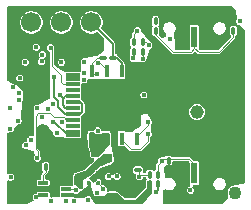
<source format=gbr>
%TF.GenerationSoftware,KiCad,Pcbnew,9.0.6-rc1*%
%TF.CreationDate,2025-12-13T16:16:27+01:00*%
%TF.ProjectId,hardware_V8,68617264-7761-4726-955f-56382e6b6963,rev?*%
%TF.SameCoordinates,Original*%
%TF.FileFunction,Copper,L6,Bot*%
%TF.FilePolarity,Positive*%
%FSLAX46Y46*%
G04 Gerber Fmt 4.6, Leading zero omitted, Abs format (unit mm)*
G04 Created by KiCad (PCBNEW 9.0.6-rc1) date 2025-12-13 16:16:27*
%MOMM*%
%LPD*%
G01*
G04 APERTURE LIST*
G04 Aperture macros list*
%AMRoundRect*
0 Rectangle with rounded corners*
0 $1 Rounding radius*
0 $2 $3 $4 $5 $6 $7 $8 $9 X,Y pos of 4 corners*
0 Add a 4 corners polygon primitive as box body*
4,1,4,$2,$3,$4,$5,$6,$7,$8,$9,$2,$3,0*
0 Add four circle primitives for the rounded corners*
1,1,$1+$1,$2,$3*
1,1,$1+$1,$4,$5*
1,1,$1+$1,$6,$7*
1,1,$1+$1,$8,$9*
0 Add four rect primitives between the rounded corners*
20,1,$1+$1,$2,$3,$4,$5,0*
20,1,$1+$1,$4,$5,$6,$7,0*
20,1,$1+$1,$6,$7,$8,$9,0*
20,1,$1+$1,$8,$9,$2,$3,0*%
%AMRotRect*
0 Rectangle, with rotation*
0 The origin of the aperture is its center*
0 $1 length*
0 $2 width*
0 $3 Rotation angle, in degrees counterclockwise*
0 Add horizontal line*
21,1,$1,$2,0,0,$3*%
%AMOutline5P*
0 Free polygon, 5 corners , with rotation*
0 The origin of the aperture is its center*
0 number of corners: always 5*
0 $1 to $10 corner X, Y*
0 $11 Rotation angle, in degrees counterclockwise*
0 create outline with 5 corners*
4,1,5,$1,$2,$3,$4,$5,$6,$7,$8,$9,$10,$1,$2,$11*%
%AMOutline6P*
0 Free polygon, 6 corners , with rotation*
0 The origin of the aperture is its center*
0 number of corners: always 6*
0 $1 to $12 corner X, Y*
0 $13 Rotation angle, in degrees counterclockwise*
0 create outline with 6 corners*
4,1,6,$1,$2,$3,$4,$5,$6,$7,$8,$9,$10,$11,$12,$1,$2,$13*%
%AMOutline7P*
0 Free polygon, 7 corners , with rotation*
0 The origin of the aperture is its center*
0 number of corners: always 7*
0 $1 to $14 corner X, Y*
0 $15 Rotation angle, in degrees counterclockwise*
0 create outline with 7 corners*
4,1,7,$1,$2,$3,$4,$5,$6,$7,$8,$9,$10,$11,$12,$13,$14,$1,$2,$15*%
%AMOutline8P*
0 Free polygon, 8 corners , with rotation*
0 The origin of the aperture is its center*
0 number of corners: always 8*
0 $1 to $16 corner X, Y*
0 $17 Rotation angle, in degrees counterclockwise*
0 create outline with 8 corners*
4,1,8,$1,$2,$3,$4,$5,$6,$7,$8,$9,$10,$11,$12,$13,$14,$15,$16,$1,$2,$17*%
G04 Aperture macros list end*
%TA.AperFunction,ComponentPad*%
%ADD10C,1.150000*%
%TD*%
%TA.AperFunction,ComponentPad*%
%ADD11C,1.100000*%
%TD*%
%TA.AperFunction,SMDPad,CuDef*%
%ADD12R,0.750000X1.800000*%
%TD*%
%TA.AperFunction,SMDPad,CuDef*%
%ADD13R,0.600000X1.800000*%
%TD*%
%TA.AperFunction,SMDPad,CuDef*%
%ADD14R,1.300000X0.900000*%
%TD*%
%TA.AperFunction,SMDPad,CuDef*%
%ADD15R,1.150000X0.300000*%
%TD*%
%TA.AperFunction,SMDPad,CuDef*%
%ADD16R,2.000000X1.600000*%
%TD*%
%TA.AperFunction,ComponentPad*%
%ADD17R,1.700000X1.700000*%
%TD*%
%TA.AperFunction,ComponentPad*%
%ADD18C,1.700000*%
%TD*%
%TA.AperFunction,SMDPad,CuDef*%
%ADD19Outline5P,-0.207500X0.150000X0.057500X0.150000X0.207500X0.000000X0.207500X-0.150000X-0.207500X-0.150000X270.000000*%
%TD*%
%TA.AperFunction,SMDPad,CuDef*%
%ADD20Outline5P,-0.207500X0.150000X0.207500X0.150000X0.207500X0.000000X0.057500X-0.150000X-0.207500X-0.150000X270.000000*%
%TD*%
%TA.AperFunction,SMDPad,CuDef*%
%ADD21RotRect,0.500000X0.500000X225.000000*%
%TD*%
%TA.AperFunction,SMDPad,CuDef*%
%ADD22Outline5P,-0.207500X0.150000X0.207500X0.150000X0.207500X-0.150000X-0.057500X-0.150000X-0.207500X0.000000X270.000000*%
%TD*%
%TA.AperFunction,SMDPad,CuDef*%
%ADD23Outline5P,-0.207500X0.000000X-0.057500X0.150000X0.207500X0.150000X0.207500X-0.150000X-0.207500X-0.150000X270.000000*%
%TD*%
%TA.AperFunction,SMDPad,CuDef*%
%ADD24RoundRect,0.100000X-0.100000X0.217500X-0.100000X-0.217500X0.100000X-0.217500X0.100000X0.217500X0*%
%TD*%
%TA.AperFunction,SMDPad,CuDef*%
%ADD25RoundRect,0.100000X0.100000X-0.217500X0.100000X0.217500X-0.100000X0.217500X-0.100000X-0.217500X0*%
%TD*%
%TA.AperFunction,SMDPad,CuDef*%
%ADD26RoundRect,0.100000X-0.217500X-0.100000X0.217500X-0.100000X0.217500X0.100000X-0.217500X0.100000X0*%
%TD*%
%TA.AperFunction,SMDPad,CuDef*%
%ADD27R,0.450000X1.050000*%
%TD*%
%TA.AperFunction,SMDPad,CuDef*%
%ADD28R,4.350000X3.450000*%
%TD*%
%TA.AperFunction,SMDPad,CuDef*%
%ADD29R,0.850000X0.300000*%
%TD*%
%TA.AperFunction,SMDPad,CuDef*%
%ADD30R,0.610000X1.420000*%
%TD*%
%TA.AperFunction,SMDPad,CuDef*%
%ADD31RoundRect,0.100000X0.217500X0.100000X-0.217500X0.100000X-0.217500X-0.100000X0.217500X-0.100000X0*%
%TD*%
%TA.AperFunction,SMDPad,CuDef*%
%ADD32RoundRect,0.140000X0.170000X-0.140000X0.170000X0.140000X-0.170000X0.140000X-0.170000X-0.140000X0*%
%TD*%
%TA.AperFunction,SMDPad,CuDef*%
%ADD33RoundRect,0.140000X-0.140000X-0.170000X0.140000X-0.170000X0.140000X0.170000X-0.140000X0.170000X0*%
%TD*%
%TA.AperFunction,ViaPad*%
%ADD34C,0.400000*%
%TD*%
%TA.AperFunction,Conductor*%
%ADD35C,0.200000*%
%TD*%
%TA.AperFunction,Conductor*%
%ADD36C,0.120000*%
%TD*%
G04 APERTURE END LIST*
D10*
%TO.P,U3,1,IN*%
%TO.N,Net-(IC4-RF_IN)*%
X110200000Y-100600000D03*
%TD*%
D11*
%TO.P,TP1,1,1*%
%TO.N,GND*%
X113450000Y-105800000D03*
%TD*%
%TO.P,TP2,1,1*%
%TO.N,BAT+*%
X113450000Y-107450000D03*
%TD*%
D12*
%TO.P,S3,1,COM_1*%
%TO.N,GND*%
X111225000Y-105775000D03*
D13*
%TO.P,S3,2,NO*%
%TO.N,/B_PW*%
X110000000Y-105775000D03*
D12*
%TO.P,S3,3,COM_2*%
%TO.N,GND*%
X108775000Y-105775000D03*
D14*
%TO.P,S3,MP1,MP1*%
X111850000Y-107725000D03*
%TO.P,S3,MP2,MP2*%
X108150000Y-107725000D03*
%TD*%
D12*
%TO.P,S1,1,COM_1*%
%TO.N,GND*%
X108775000Y-94250000D03*
D13*
%TO.P,S1,2,NO*%
%TO.N,/B1*%
X110000000Y-94250000D03*
D12*
%TO.P,S1,3,COM_2*%
%TO.N,GND*%
X111225000Y-94250000D03*
D14*
%TO.P,S1,MP1,MP1*%
X108150000Y-92300000D03*
%TO.P,S1,MP2,MP2*%
X111850000Y-92300000D03*
%TD*%
D15*
%TO.P,J3,A1,GND*%
%TO.N,GND*%
X99705000Y-103350000D03*
%TO.P,J3,A4,VBUS*%
%TO.N,vusb*%
X99705000Y-102550000D03*
%TO.P,J3,A5,CC1*%
%TO.N,Net-(J3-CC1)*%
X99705000Y-101250000D03*
%TO.P,J3,A6,D+*%
%TO.N,/D+*%
X99705000Y-100250000D03*
%TO.P,J3,A7,D-*%
%TO.N,/D-*%
X99705000Y-99750000D03*
%TO.P,J3,A8,SBUS1*%
%TO.N,unconnected-(J3-SBUS1-PadA8)*%
X99705000Y-98750000D03*
%TO.P,J3,A9,VBUS*%
%TO.N,vusb*%
X99705000Y-97450000D03*
%TO.P,J3,A12,GND*%
%TO.N,GND*%
X99705000Y-96650000D03*
%TO.P,J3,B1,GND*%
X99705000Y-96950000D03*
%TO.P,J3,B4,VBUS*%
%TO.N,vusb*%
X99705000Y-97750000D03*
%TO.P,J3,B5,CC2*%
%TO.N,Net-(J3-CC2)*%
X99705000Y-98250000D03*
%TO.P,J3,B6,D+*%
%TO.N,/D+*%
X99705000Y-99250000D03*
%TO.P,J3,B7,D-*%
%TO.N,/D-*%
X99705000Y-100750000D03*
%TO.P,J3,B8,SBUS2*%
%TO.N,unconnected-(J3-SBUS2-PadB8)*%
X99705000Y-101750000D03*
%TO.P,J3,B9,VBUS*%
%TO.N,vusb*%
X99705000Y-102250000D03*
%TO.P,J3,B12,GND*%
%TO.N,GND*%
X99705000Y-103050000D03*
D16*
%TO.P,J3,MP1,MP1*%
X95200000Y-104820000D03*
%TO.P,J3,MP2,MP2*%
X95200000Y-95180000D03*
%TO.P,J3,MP3,MP3*%
X99130000Y-104820000D03*
%TO.P,J3,MP4,MP4*%
X99130000Y-95180000D03*
%TD*%
D17*
%TO.P,U4,1,GND*%
%TO.N,GND*%
X103810000Y-93000000D03*
D18*
%TO.P,U4,2,VCC*%
%TO.N,3.3V_AUX*%
X101270000Y-93000000D03*
%TO.P,U4,3,SCK*%
%TO.N,/OLED_SCL*%
X98730000Y-93000000D03*
%TO.P,U4,4,SDA*%
%TO.N,/OLED_SDA*%
X96190000Y-93000000D03*
%TO.P,U4,5,GND*%
%TO.N,GND*%
X104500000Y-107000000D03*
%TO.P,U4,6,GND*%
X95500000Y-107000000D03*
%TD*%
D19*
%TO.P,U2,1,VOUT*%
%TO.N,+3.3V*%
X101100000Y-105815000D03*
D20*
%TO.P,U2,2,GND*%
%TO.N,GND*%
X101810000Y-105815000D03*
D21*
X101455000Y-106207500D03*
D22*
%TO.P,U2,3,EN*%
%TO.N,Net-(U2-EN)*%
X101810000Y-106600000D03*
D23*
%TO.P,U2,4,VIN*%
%TO.N,BAT+*%
X101100000Y-106600000D03*
%TD*%
D24*
%TO.P,R18,1*%
%TO.N,Net-(U2-EN)*%
X106200000Y-105892500D03*
%TO.P,R18,2*%
%TO.N,BAT+*%
X106200000Y-106707500D03*
%TD*%
D25*
%TO.P,R17,1*%
%TO.N,Net-(IC5-PROG)*%
X97400000Y-105240000D03*
%TO.P,R17,2*%
%TO.N,GND*%
X97400000Y-104425000D03*
%TD*%
D26*
%TO.P,R13,1*%
%TO.N,/SPI_CS*%
X102292500Y-96000000D03*
%TO.P,R13,2*%
%TO.N,3.3V_AUX*%
X103107500Y-96000000D03*
%TD*%
D25*
%TO.P,R12,1*%
%TO.N,Net-(IC4-RXD)*%
X105660000Y-95477500D03*
%TO.P,R12,2*%
%TO.N,/GPS_RX*%
X105660000Y-94662500D03*
%TD*%
%TO.P,R11,1*%
%TO.N,Net-(IC4-TXD)*%
X104870000Y-95507500D03*
%TO.P,R11,2*%
%TO.N,/GPS_TX*%
X104870000Y-94692500D03*
%TD*%
D24*
%TO.P,R9,1*%
%TO.N,/B_PW*%
X106900000Y-105892500D03*
%TO.P,R9,2*%
%TO.N,+3.3V*%
X106900000Y-106707500D03*
%TD*%
D25*
%TO.P,R7,1*%
%TO.N,/B1*%
X106700000Y-93715000D03*
%TO.P,R7,2*%
%TO.N,+3.3V*%
X106700000Y-92900000D03*
%TD*%
D26*
%TO.P,R5,1*%
%TO.N,GND*%
X104392500Y-105500000D03*
%TO.P,R5,2*%
%TO.N,Net-(U2-EN)*%
X105207500Y-105500000D03*
%TD*%
D27*
%TO.P,IC6,1,~{CS}*%
%TO.N,/SPI_CS*%
X101290000Y-97150000D03*
%TO.P,IC6,2,DO_(IO1)*%
%TO.N,/SPI_MISO*%
X102560000Y-97150000D03*
%TO.P,IC6,3,~{WP_(IO2)}*%
%TO.N,3.3V_AUX*%
X103830000Y-97150000D03*
%TO.P,IC6,4,GND_1*%
%TO.N,GND*%
X105100000Y-97150000D03*
%TO.P,IC6,5,DI_(IO0)*%
%TO.N,/SPI_MOSI*%
X105100000Y-102850000D03*
%TO.P,IC6,6,CLK*%
%TO.N,/SPI_CLK*%
X103830000Y-102850000D03*
%TO.P,IC6,7,~{HOLD_OR_}/RESET_(IO3)*%
%TO.N,3.3V_AUX*%
X102560000Y-102850000D03*
%TO.P,IC6,8,VCC*%
X101290000Y-102850000D03*
D28*
%TO.P,IC6,9,GND_2*%
%TO.N,GND*%
X103195000Y-100000000D03*
%TD*%
D29*
%TO.P,IC5,1,GND*%
%TO.N,GND*%
X99100000Y-106600000D03*
%TO.P,IC5,2,~{CHRG}*%
%TO.N,Net-(IC5-~{CHRG})*%
X99100000Y-107100000D03*
%TO.P,IC5,3,BAT*%
%TO.N,BAT+*%
X99100000Y-107600000D03*
%TO.P,IC5,4,VCC*%
%TO.N,vusb*%
X97200000Y-107600000D03*
%TO.P,IC5,5,~{EN}*%
%TO.N,GND*%
X97200000Y-107100000D03*
%TO.P,IC5,6,PROG*%
%TO.N,Net-(IC5-PROG)*%
X97200000Y-106600000D03*
D30*
%TO.P,IC5,7,EP*%
%TO.N,GND*%
X98150000Y-107100000D03*
%TD*%
D24*
%TO.P,C20,1*%
%TO.N,/B_PW*%
X107800000Y-104692500D03*
%TO.P,C20,2*%
%TO.N,GND*%
X107800000Y-105507500D03*
%TD*%
D31*
%TO.P,C11,1*%
%TO.N,3.3V_AUX*%
X101607500Y-104100000D03*
%TO.P,C11,2*%
%TO.N,GND*%
X100792500Y-104100000D03*
%TD*%
D25*
%TO.P,C7,1*%
%TO.N,/B1*%
X113300000Y-93707500D03*
%TO.P,C7,2*%
%TO.N,GND*%
X113300000Y-92892500D03*
%TD*%
D32*
%TO.P,C4,1*%
%TO.N,BAT+*%
X103000000Y-107680000D03*
%TO.P,C4,2*%
%TO.N,GND*%
X103000000Y-106720000D03*
%TD*%
D33*
%TO.P,C1,1*%
%TO.N,+3.3V*%
X102720000Y-104500000D03*
%TO.P,C1,2*%
%TO.N,GND*%
X103680000Y-104500000D03*
%TD*%
D34*
%TO.N,GND*%
X109650000Y-101900000D03*
X110750000Y-102000000D03*
X109516343Y-101329803D03*
X109207180Y-100719615D03*
X109362568Y-100053458D03*
X109909801Y-99643034D03*
X110592820Y-99680385D03*
X111092035Y-100148034D03*
X111173857Y-100827163D03*
X110800000Y-101400000D03*
X110200000Y-96750000D03*
X111700000Y-97400000D03*
X111550000Y-98550000D03*
X110000000Y-98050000D03*
X108750000Y-97600000D03*
X108700000Y-96250000D03*
X107400000Y-97000000D03*
X107600000Y-98900000D03*
X107750000Y-100900000D03*
X108300000Y-102500000D03*
X109950000Y-103950000D03*
X108600000Y-104050000D03*
X107450000Y-103350000D03*
X106450000Y-100000000D03*
X106450000Y-95900000D03*
X112000000Y-96000000D03*
X112400000Y-104000000D03*
X112000000Y-103550000D03*
X111350000Y-103450000D03*
X110650000Y-103400000D03*
X110100000Y-103050000D03*
X109750000Y-102550000D03*
X112400000Y-101850000D03*
X111850000Y-102350000D03*
X111200000Y-102350000D03*
X112500000Y-105200000D03*
X114000000Y-106500000D03*
X94350000Y-108100000D03*
X111700000Y-104850000D03*
X111950000Y-105750000D03*
X108200000Y-105900000D03*
X101750000Y-94950000D03*
X94400000Y-103700000D03*
X94350000Y-103050000D03*
X95000000Y-102600000D03*
X101207500Y-104700000D03*
X95150000Y-95450000D03*
X94400000Y-95450000D03*
X99780000Y-108120000D03*
X105110000Y-100150000D03*
X105090000Y-99140000D03*
X106570000Y-103210000D03*
X105720000Y-99860000D03*
X105650000Y-98060000D03*
X105660000Y-97200000D03*
X103827500Y-95237500D03*
X105890000Y-93670000D03*
X105070000Y-92610000D03*
X107320000Y-94040000D03*
X106820000Y-94980000D03*
X108775000Y-94250000D03*
X111225000Y-94250000D03*
X112100000Y-94580000D03*
X113820000Y-94450000D03*
X113110000Y-91980000D03*
X111850000Y-92300000D03*
X108150000Y-92300000D03*
X106350000Y-91920000D03*
X94460000Y-91920000D03*
X97060000Y-92200000D03*
X99940000Y-93440000D03*
X99970000Y-92450000D03*
X102500000Y-93420000D03*
X102510000Y-92540000D03*
X98100000Y-106515000D03*
X98560000Y-105950000D03*
X97800000Y-105970000D03*
X103120000Y-107010000D03*
X100620000Y-103630000D03*
X94360000Y-96920000D03*
X95030000Y-96250000D03*
X94880000Y-93900000D03*
X94880000Y-93120000D03*
%TO.N,Net-(IC5-~{CHRG})*%
X94450000Y-106100000D03*
%TO.N,/GPS_TX*%
X105170000Y-93710000D03*
%TO.N,/GPS_RX*%
X106140000Y-94930000D03*
%TO.N,Net-(IC4-RXD)*%
X105630000Y-96070000D03*
%TO.N,Net-(IC4-TXD)*%
X104830000Y-96050000D03*
%TO.N,+3.3V*%
X106710000Y-107400000D03*
%TO.N,/GPIO_SUP*%
X95670000Y-96360000D03*
%TO.N,GND*%
X97390000Y-97140000D03*
%TO.N,vusb*%
X99890000Y-97480000D03*
%TO.N,+3.3V*%
X106700000Y-92900000D03*
%TO.N,Net-(J3-CC1)*%
X96700000Y-104492500D03*
%TO.N,GND*%
X98100000Y-105307500D03*
X99000000Y-105380000D03*
%TO.N,/B_PW*%
X98320000Y-102370000D03*
%TO.N,GND*%
X113327500Y-104037500D03*
X113327500Y-101837500D03*
%TO.N,3.3V_AUX*%
X103440000Y-106040000D03*
%TO.N,+3.3V*%
X102450000Y-104570000D03*
%TO.N,3.3V_AUX*%
X102160000Y-103590000D03*
X101480000Y-103600000D03*
%TO.N,Net-(U2-EN)*%
X105340000Y-106060000D03*
X102270000Y-107090000D03*
%TO.N,/SWCLK*%
X94600000Y-98500000D03*
%TO.N,/SWDIO*%
X95200000Y-97700000D03*
%TO.N,/SPI_CLK*%
X106090000Y-102450000D03*
%TO.N,/SPI_MOSI*%
X106100000Y-101450000D03*
%TO.N,/OLED_SCL*%
X97120000Y-95730000D03*
%TO.N,/OLED_SDA*%
X97050000Y-96310000D03*
%TO.N,3.3V_AUX*%
X96600000Y-95090000D03*
%TO.N,BAT+*%
X103450000Y-108160000D03*
X103000000Y-107680000D03*
%TO.N,+3.3V*%
X100310000Y-106780000D03*
X100030000Y-106050000D03*
X101750000Y-107420000D03*
%TO.N,/GPS_EXTINT*%
X105710000Y-99140000D03*
%TO.N,GND*%
X97117500Y-101870000D03*
X97117500Y-99430000D03*
X102340000Y-99892500D03*
X100960000Y-98510000D03*
%TO.N,+3.3V*%
X100620000Y-97870000D03*
X100680000Y-97290000D03*
%TO.N,/USB_DETECT*%
X100680000Y-96320000D03*
%TO.N,/GPS_EXTINT*%
X98730000Y-96370000D03*
%TO.N,vusb*%
X98010000Y-101430000D03*
%TO.N,Net-(J3-CC2)*%
X97810000Y-95150000D03*
%TO.N,Net-(U1-PH3)*%
X107950000Y-94420000D03*
%TO.N,+3.3V*%
X113825000Y-92900000D03*
%TO.N,/B1*%
X106700000Y-93715000D03*
%TO.N,/B_PW*%
X107220000Y-104720000D03*
%TO.N,GND*%
X108150000Y-107550000D03*
X111100000Y-107350000D03*
%TO.N,/ADC_BAT*%
X109660000Y-107210000D03*
%TO.N,/D+*%
X98630000Y-99170000D03*
%TO.N,/USB_DETECT*%
X96675000Y-100265000D03*
%TO.N,/ADC_BAT*%
X97980000Y-99940000D03*
%TO.N,/SPI_MOSI*%
X97590000Y-100310000D03*
%TO.N,/SPI_MISO*%
X97060000Y-101040000D03*
%TO.N,/SPI_CLK*%
X98745000Y-101415000D03*
%TO.N,/D-*%
X98090000Y-97620000D03*
%TO.N,/SPI_MISO*%
X101830000Y-96450000D03*
%TO.N,/SPI_CS*%
X101740000Y-97390000D03*
%TO.N,/AUX_EN*%
X101815000Y-102175000D03*
X101015000Y-108000000D03*
%TO.N,Net-(IC5-~{CHRG})*%
X99940000Y-107230000D03*
%TO.N,vusb*%
X96600000Y-107790000D03*
%TO.N,Net-(LEDBLUE1-A)*%
X97820000Y-108120000D03*
%TO.N,Net-(LEDGREEN1-A)*%
X99100000Y-108130000D03*
%TO.N,+3.3V*%
X95710000Y-103410000D03*
X96140000Y-102930000D03*
%TO.N,Net-(U1-PH3)*%
X95070000Y-101320000D03*
%TO.N,Net-(LEDBLUE1-A)*%
X94400000Y-102007500D03*
%TO.N,Net-(LEDGREEN1-A)*%
X94400000Y-100207500D03*
%TO.N,/GPIO_SUP*%
X95150000Y-99550000D03*
%TO.N,/B1*%
X95170000Y-98970000D03*
%TO.N,3.3V_AUX*%
X102720000Y-106040000D03*
%TD*%
D35*
%TO.N,3.3V_AUX*%
X103400000Y-96000000D02*
X103107500Y-96000000D01*
X103830000Y-96430000D02*
X103400000Y-96000000D01*
X103830000Y-97150000D02*
X103830000Y-96430000D01*
D36*
%TO.N,Net-(J3-CC2)*%
X98700000Y-98050000D02*
X98900000Y-98250000D01*
X98700000Y-97450000D02*
X98700000Y-98050000D01*
X97950000Y-96700000D02*
X98700000Y-97450000D01*
X97950000Y-95290000D02*
X97950000Y-96700000D01*
X97810000Y-95150000D02*
X97950000Y-95290000D01*
X98900000Y-98250000D02*
X99705000Y-98250000D01*
%TO.N,Net-(J3-CC1)*%
X96730000Y-104462500D02*
X96700000Y-104492500D01*
X96730000Y-103900000D02*
X96730000Y-104462500D01*
X96540000Y-103710000D02*
X96730000Y-103900000D01*
X96540000Y-100895000D02*
X96540000Y-103710000D01*
X97200000Y-100650000D02*
X96785000Y-100650000D01*
X98130000Y-101030000D02*
X97800000Y-100700000D01*
X98920000Y-101030000D02*
X98130000Y-101030000D01*
X96785000Y-100650000D02*
X96540000Y-100895000D01*
X99140000Y-101250000D02*
X98920000Y-101030000D01*
X97800000Y-100700000D02*
X97250000Y-100700000D01*
X97250000Y-100700000D02*
X97200000Y-100650000D01*
X99705000Y-101250000D02*
X99140000Y-101250000D01*
%TO.N,Net-(U2-EN)*%
X105340000Y-105632500D02*
X105340000Y-106060000D01*
X105207500Y-105500000D02*
X105340000Y-105632500D01*
%TO.N,Net-(J3-CC1)*%
X96700000Y-104492500D02*
X96700000Y-104542500D01*
%TO.N,/B1*%
X112050000Y-95510000D02*
X113300000Y-94260000D01*
X113300000Y-94260000D02*
X113300000Y-93707500D01*
X110370000Y-95510000D02*
X112050000Y-95510000D01*
X110000000Y-95140000D02*
X110370000Y-95510000D01*
X110000000Y-94250000D02*
X110000000Y-95140000D01*
%TO.N,/SPI_MOSI*%
X105100000Y-102660000D02*
X105100000Y-102850000D01*
X106100000Y-101450000D02*
X106100000Y-101660000D01*
X106100000Y-101660000D02*
X105100000Y-102660000D01*
D35*
%TO.N,vusb*%
X98130000Y-101430000D02*
X99250000Y-102550000D01*
X99250000Y-102550000D02*
X99705000Y-102550000D01*
X98010000Y-101430000D02*
X98130000Y-101430000D01*
%TO.N,/D-*%
X100300000Y-100750000D02*
X99705000Y-100750000D01*
X100500000Y-100550000D02*
X100300000Y-100750000D01*
X100500000Y-99910000D02*
X100500000Y-100550000D01*
X100340000Y-99750000D02*
X100500000Y-99910000D01*
X99705000Y-99750000D02*
X100340000Y-99750000D01*
D36*
%TO.N,/GPS_RX*%
X105872500Y-94662500D02*
X106140000Y-94930000D01*
X105660000Y-94662500D02*
X105872500Y-94662500D01*
%TO.N,/GPS_TX*%
X104870000Y-94020000D02*
X105170000Y-93720000D01*
X105170000Y-93720000D02*
X105170000Y-93710000D01*
X104870000Y-94692500D02*
X104870000Y-94020000D01*
%TO.N,Net-(IC4-RXD)*%
X105630000Y-96070000D02*
X105630000Y-95507500D01*
X105630000Y-95507500D02*
X105660000Y-95477500D01*
%TO.N,Net-(IC4-TXD)*%
X104830000Y-95547500D02*
X104870000Y-95507500D01*
X104830000Y-96050000D02*
X104830000Y-95547500D01*
D35*
%TO.N,+3.3V*%
X106900000Y-107210000D02*
X106710000Y-107400000D01*
X106900000Y-106707500D02*
X106900000Y-107210000D01*
%TO.N,/D-*%
X99050000Y-100750000D02*
X99705000Y-100750000D01*
X98460000Y-99650000D02*
X98460000Y-100160000D01*
X98460000Y-100160000D02*
X99050000Y-100750000D01*
X98090000Y-99280000D02*
X98460000Y-99650000D01*
X98090000Y-97620000D02*
X98090000Y-99280000D01*
D36*
%TO.N,/B_PW*%
X107360000Y-104580000D02*
X107220000Y-104720000D01*
X109550000Y-104580000D02*
X107360000Y-104580000D01*
X110000000Y-105030000D02*
X109550000Y-104580000D01*
X110000000Y-105775000D02*
X110000000Y-105030000D01*
%TO.N,Net-(U2-EN)*%
X105507500Y-105892500D02*
X106200000Y-105892500D01*
X105340000Y-106060000D02*
X105507500Y-105892500D01*
X102270000Y-107060000D02*
X102270000Y-107090000D01*
X101810000Y-106600000D02*
X102270000Y-107060000D01*
%TO.N,/SPI_CLK*%
X105410000Y-103720000D02*
X104600000Y-103720000D01*
X106090000Y-103040000D02*
X105410000Y-103720000D01*
X103830000Y-102950000D02*
X103830000Y-102850000D01*
X106090000Y-102450000D02*
X106090000Y-103040000D01*
X104600000Y-103720000D02*
X103830000Y-102950000D01*
D35*
%TO.N,3.3V_AUX*%
X103107500Y-94837500D02*
X101270000Y-93000000D01*
X103107500Y-96000000D02*
X103107500Y-94837500D01*
X103830000Y-97150000D02*
X103830000Y-96740000D01*
%TO.N,BAT+*%
X103450000Y-108160000D02*
X103400000Y-108160000D01*
X103400000Y-108160000D02*
X103400000Y-108080000D01*
D36*
%TO.N,/SPI_CS*%
X101720000Y-96000000D02*
X102292500Y-96000000D01*
X101290000Y-96430000D02*
X101720000Y-96000000D01*
X101530000Y-97390000D02*
X101290000Y-97150000D01*
X101740000Y-97390000D02*
X101530000Y-97390000D01*
X101290000Y-97150000D02*
X101290000Y-96430000D01*
%TO.N,/SPI_MISO*%
X102560000Y-97010000D02*
X102560000Y-97150000D01*
X102000000Y-96450000D02*
X102560000Y-97010000D01*
X101830000Y-96450000D02*
X102000000Y-96450000D01*
%TO.N,/B1*%
X106690000Y-93725000D02*
X106700000Y-93715000D01*
X106690000Y-94000000D02*
X106690000Y-93725000D01*
X108210000Y-95520000D02*
X106690000Y-94000000D01*
X109680000Y-95520000D02*
X108210000Y-95520000D01*
X110000000Y-94250000D02*
X110000000Y-95200000D01*
X110000000Y-95200000D02*
X109680000Y-95520000D01*
%TO.N,/B_PW*%
X106900000Y-105040000D02*
X107220000Y-104720000D01*
X106900000Y-105892500D02*
X106900000Y-105040000D01*
D35*
%TO.N,/D+*%
X98940000Y-99380000D02*
X98840000Y-99380000D01*
X98940000Y-99380000D02*
X99070000Y-99250000D01*
X98840000Y-99380000D02*
X98630000Y-99170000D01*
X99070000Y-99250000D02*
X99705000Y-99250000D01*
X98840000Y-99480000D02*
X98940000Y-99380000D01*
X99070000Y-100250000D02*
X98840000Y-100020000D01*
X98840000Y-100020000D02*
X98840000Y-99480000D01*
X99705000Y-100250000D02*
X99070000Y-100250000D01*
D36*
%TO.N,Net-(IC5-~{CHRG})*%
X99810000Y-107100000D02*
X99940000Y-107230000D01*
X99100000Y-107100000D02*
X99810000Y-107100000D01*
D35*
%TO.N,vusb*%
X96790000Y-107600000D02*
X97200000Y-107600000D01*
X96600000Y-107790000D02*
X96790000Y-107600000D01*
D36*
%TO.N,Net-(IC5-PROG)*%
X97200000Y-105920000D02*
X97200000Y-106600000D01*
X97190000Y-105910000D02*
X97200000Y-105920000D01*
X97400000Y-105700000D02*
X97190000Y-105910000D01*
X97400000Y-105240000D02*
X97400000Y-105700000D01*
%TD*%
%TA.AperFunction,Conductor*%
%TO.N,+3.3V*%
G36*
X102914288Y-104135491D02*
G01*
X102980508Y-104157771D01*
X103024172Y-104212316D01*
X103033404Y-104255751D01*
X103047469Y-104733958D01*
X103029764Y-104801548D01*
X102978328Y-104848835D01*
X102970276Y-104852453D01*
X101919997Y-105280001D01*
X101702239Y-105478462D01*
X101670925Y-105507000D01*
X101650102Y-105507001D01*
X101620787Y-105512831D01*
X101587543Y-105535043D01*
X101565331Y-105568287D01*
X101559500Y-105597601D01*
X101559500Y-105608554D01*
X101526702Y-105638447D01*
X101138294Y-105992440D01*
X101120487Y-106005945D01*
X100570000Y-106349999D01*
X100569999Y-106350000D01*
X100585870Y-106905505D01*
X100584837Y-106909431D01*
X100585846Y-106913368D01*
X100576027Y-106942948D01*
X100568108Y-106973079D01*
X100564748Y-106976931D01*
X100563836Y-106979681D01*
X100539808Y-107005532D01*
X100451369Y-107076923D01*
X100386840Y-107103715D01*
X100318070Y-107091367D01*
X100295227Y-107076625D01*
X99866484Y-106727817D01*
X99826904Y-106670240D01*
X99820749Y-106630079D01*
X99824250Y-106349999D01*
X99828901Y-105977866D01*
X99849422Y-105911081D01*
X99902793Y-105865990D01*
X99913251Y-105861926D01*
X100690000Y-105600000D01*
X101373983Y-104950867D01*
X101392011Y-104940460D01*
X101447960Y-104884511D01*
X101452876Y-104875995D01*
X101849337Y-104499736D01*
X101894504Y-104472376D01*
X101910498Y-104466896D01*
X101910497Y-104466896D01*
X101910501Y-104466895D01*
X101970596Y-104431253D01*
X101993980Y-104412415D01*
X102236343Y-104152191D01*
X102296434Y-104116552D01*
X102331896Y-104112801D01*
X102914288Y-104135491D01*
G37*
%TD.AperFunction*%
%TD*%
%TA.AperFunction,Conductor*%
%TO.N,3.3V_AUX*%
G36*
X101517790Y-102329071D02*
G01*
X101522797Y-102332302D01*
X101599465Y-102384436D01*
X101630489Y-102415460D01*
X101699011Y-102455021D01*
X101706033Y-102456902D01*
X101740000Y-102480000D01*
X102059998Y-102480000D01*
X102060000Y-102480000D01*
X102216213Y-102356673D01*
X102281028Y-102330584D01*
X102293048Y-102330000D01*
X102688384Y-102330000D01*
X102755423Y-102349685D01*
X102801178Y-102402489D01*
X102812361Y-102451593D01*
X102829025Y-103309814D01*
X102810645Y-103377223D01*
X102795787Y-103396733D01*
X102521959Y-103690737D01*
X102521959Y-103690738D01*
X102515765Y-103697387D01*
X102450000Y-103750000D01*
X102452544Y-103765265D01*
X102421863Y-103798206D01*
X102421863Y-103798207D01*
X101916778Y-104340512D01*
X101856683Y-104376154D01*
X101826038Y-104380000D01*
X101364391Y-104380000D01*
X101297352Y-104360315D01*
X101251597Y-104307511D01*
X101241653Y-104238353D01*
X101245162Y-104221935D01*
X101280000Y-104100000D01*
X101279999Y-104099997D01*
X101183776Y-103798206D01*
X101065505Y-103427267D01*
X101059667Y-103391877D01*
X101059398Y-103377223D01*
X101042266Y-102443498D01*
X101060717Y-102376109D01*
X101112673Y-102329394D01*
X101163486Y-102317255D01*
X101450331Y-102310881D01*
X101517790Y-102329071D01*
G37*
%TD.AperFunction*%
%TD*%
%TA.AperFunction,Conductor*%
%TO.N,GND*%
G36*
X113157264Y-91620185D02*
G01*
X113182393Y-91641548D01*
X113521516Y-92018351D01*
X113551732Y-92081350D01*
X113553033Y-92092469D01*
X113593395Y-92657546D01*
X113578537Y-92725817D01*
X113577098Y-92728379D01*
X113544979Y-92784010D01*
X113544979Y-92784011D01*
X113524500Y-92860438D01*
X113524500Y-92939562D01*
X113533862Y-92974500D01*
X113544979Y-93015990D01*
X113544982Y-93015995D01*
X113584535Y-93084504D01*
X113584541Y-93084512D01*
X113585484Y-93085455D01*
X113587478Y-93088238D01*
X113589076Y-93089200D01*
X113609026Y-93118314D01*
X113612010Y-93124368D01*
X113623993Y-93193203D01*
X113622011Y-93197904D01*
X113685850Y-93187560D01*
X113746000Y-93212307D01*
X114153136Y-93525489D01*
X114201104Y-93562387D01*
X114242239Y-93618864D01*
X114249500Y-93660672D01*
X114249500Y-106547182D01*
X114229815Y-106614221D01*
X114177011Y-106659976D01*
X114148352Y-106669058D01*
X113463995Y-106797376D01*
X113441143Y-106799500D01*
X113385929Y-106799500D01*
X113260261Y-106824497D01*
X113260255Y-106824499D01*
X113141875Y-106873533D01*
X113141866Y-106873538D01*
X113035331Y-106944723D01*
X113035327Y-106944726D01*
X112944726Y-107035327D01*
X112944723Y-107035331D01*
X112873538Y-107141866D01*
X112873533Y-107141875D01*
X112824499Y-107260255D01*
X112824497Y-107260261D01*
X112799500Y-107385928D01*
X112799500Y-107385931D01*
X112799500Y-107514069D01*
X112799500Y-107514071D01*
X112799499Y-107514071D01*
X112824497Y-107639738D01*
X112824500Y-107639748D01*
X112872561Y-107755779D01*
X112880030Y-107825248D01*
X112848754Y-107887727D01*
X112839655Y-107896550D01*
X112299921Y-108368819D01*
X112236506Y-108398151D01*
X112218266Y-108399500D01*
X107474000Y-108399500D01*
X107406961Y-108379815D01*
X107361206Y-108327011D01*
X107350000Y-108275500D01*
X107350000Y-107291333D01*
X107356253Y-107270036D01*
X107357857Y-107247895D01*
X107368426Y-107228580D01*
X107369685Y-107224294D01*
X107374800Y-107216933D01*
X107387125Y-107200500D01*
X107426024Y-107148633D01*
X107481994Y-107106814D01*
X107551690Y-107101893D01*
X107587222Y-107115648D01*
X107672157Y-107164684D01*
X107672164Y-107164688D01*
X107805817Y-107200500D01*
X107805819Y-107200500D01*
X107944181Y-107200500D01*
X107944183Y-107200500D01*
X108077836Y-107164688D01*
X108197665Y-107095505D01*
X108295505Y-106997665D01*
X108364688Y-106877836D01*
X108400500Y-106744183D01*
X108400500Y-106605817D01*
X108364688Y-106472164D01*
X108320996Y-106396487D01*
X108295507Y-106352338D01*
X108295503Y-106352333D01*
X108197666Y-106254496D01*
X108197661Y-106254492D01*
X108077838Y-106185313D01*
X108077837Y-106185312D01*
X108077836Y-106185312D01*
X107944183Y-106149500D01*
X107805817Y-106149500D01*
X107672164Y-106185312D01*
X107664654Y-106188423D01*
X107663753Y-106186248D01*
X107607550Y-106199871D01*
X107541528Y-106177007D01*
X107498348Y-106122077D01*
X107489615Y-106081915D01*
X107452123Y-105294585D01*
X107458030Y-105270238D01*
X107459840Y-105245251D01*
X107467480Y-105231287D01*
X107468597Y-105226686D01*
X107476773Y-105214301D01*
X107524101Y-105151197D01*
X107580068Y-105109380D01*
X107647489Y-105103983D01*
X107669847Y-105108430D01*
X107680251Y-105110500D01*
X107680252Y-105110500D01*
X107919750Y-105110500D01*
X107919751Y-105110499D01*
X107934568Y-105107552D01*
X107978229Y-105098868D01*
X107978229Y-105098867D01*
X107978231Y-105098867D01*
X108044552Y-105054552D01*
X108088867Y-104988231D01*
X108088867Y-104988229D01*
X108088868Y-104988229D01*
X108100499Y-104929752D01*
X108100500Y-104929750D01*
X108100500Y-104864500D01*
X108120185Y-104797461D01*
X108172989Y-104751706D01*
X108224500Y-104740500D01*
X109432157Y-104740500D01*
X109461597Y-104749144D01*
X109491584Y-104755668D01*
X109496599Y-104759422D01*
X109499196Y-104760185D01*
X109519838Y-104776819D01*
X109563181Y-104820162D01*
X109596666Y-104881485D01*
X109599500Y-104907843D01*
X109599500Y-106684894D01*
X109599501Y-106684902D01*
X109605330Y-106714211D01*
X109622162Y-106739404D01*
X109643037Y-106806082D01*
X109624550Y-106873462D01*
X109572570Y-106920150D01*
X109551154Y-106928065D01*
X109544012Y-106929978D01*
X109544004Y-106929982D01*
X109475495Y-106969535D01*
X109475487Y-106969541D01*
X109419541Y-107025487D01*
X109419535Y-107025495D01*
X109379982Y-107094004D01*
X109379979Y-107094009D01*
X109370453Y-107129561D01*
X109359500Y-107170438D01*
X109359500Y-107249562D01*
X109370125Y-107289213D01*
X109379979Y-107325990D01*
X109379982Y-107325995D01*
X109419535Y-107394504D01*
X109419539Y-107394509D01*
X109419540Y-107394511D01*
X109475489Y-107450460D01*
X109475491Y-107450461D01*
X109475495Y-107450464D01*
X109504752Y-107467355D01*
X109544011Y-107490021D01*
X109620438Y-107510500D01*
X109620440Y-107510500D01*
X109699560Y-107510500D01*
X109699562Y-107510500D01*
X109775989Y-107490021D01*
X109844511Y-107450460D01*
X109900460Y-107394511D01*
X109940021Y-107325989D01*
X109960500Y-107249562D01*
X109960500Y-107170438D01*
X109940021Y-107094011D01*
X109914865Y-107050439D01*
X109900464Y-107025495D01*
X109900458Y-107025487D01*
X109862151Y-106987180D01*
X109828666Y-106925857D01*
X109833650Y-106856165D01*
X109875522Y-106800232D01*
X109940986Y-106775815D01*
X109949815Y-106775499D01*
X110309898Y-106775499D01*
X110339213Y-106769669D01*
X110372457Y-106747457D01*
X110394669Y-106714213D01*
X110400237Y-106686221D01*
X110400500Y-106684901D01*
X110400500Y-106605817D01*
X111599500Y-106605817D01*
X111599500Y-106744183D01*
X111635234Y-106877543D01*
X111635312Y-106877835D01*
X111635313Y-106877838D01*
X111704492Y-106997661D01*
X111704494Y-106997664D01*
X111704495Y-106997665D01*
X111802335Y-107095505D01*
X111802336Y-107095506D01*
X111802338Y-107095507D01*
X111813399Y-107101893D01*
X111922164Y-107164688D01*
X112055817Y-107200500D01*
X112055819Y-107200500D01*
X112194181Y-107200500D01*
X112194183Y-107200500D01*
X112327836Y-107164688D01*
X112447665Y-107095505D01*
X112545505Y-106997665D01*
X112614688Y-106877836D01*
X112650500Y-106744183D01*
X112650500Y-106605817D01*
X112614688Y-106472164D01*
X112570996Y-106396487D01*
X112545507Y-106352338D01*
X112545503Y-106352333D01*
X112447666Y-106254496D01*
X112447661Y-106254492D01*
X112327838Y-106185313D01*
X112327837Y-106185312D01*
X112327836Y-106185312D01*
X112194183Y-106149500D01*
X112055817Y-106149500D01*
X111922164Y-106185312D01*
X111922161Y-106185313D01*
X111802338Y-106254492D01*
X111802333Y-106254496D01*
X111704496Y-106352333D01*
X111704492Y-106352338D01*
X111635313Y-106472161D01*
X111635312Y-106472164D01*
X111599500Y-106605817D01*
X110400500Y-106605817D01*
X110400500Y-106597690D01*
X110400499Y-104865105D01*
X110400498Y-104865097D01*
X110394669Y-104835787D01*
X110372457Y-104802542D01*
X110339214Y-104780332D01*
X110339215Y-104780332D01*
X110339213Y-104780331D01*
X110339211Y-104780330D01*
X110339208Y-104780329D01*
X110309901Y-104774500D01*
X110309899Y-104774500D01*
X110022843Y-104774500D01*
X109955804Y-104754815D01*
X109935162Y-104738181D01*
X109640917Y-104443936D01*
X109640916Y-104443935D01*
X109581925Y-104419500D01*
X108170334Y-104419500D01*
X108103295Y-104399815D01*
X108067233Y-104364391D01*
X108044552Y-104330448D01*
X108032697Y-104322526D01*
X107978230Y-104286132D01*
X107978229Y-104286131D01*
X107919752Y-104274500D01*
X107919748Y-104274500D01*
X107680252Y-104274500D01*
X107680247Y-104274500D01*
X107621770Y-104286131D01*
X107621769Y-104286132D01*
X107555448Y-104330447D01*
X107544291Y-104347144D01*
X107532767Y-104364391D01*
X107528283Y-104368138D01*
X107526035Y-104373532D01*
X107501783Y-104390286D01*
X107479157Y-104409196D01*
X107472109Y-104410786D01*
X107468549Y-104413246D01*
X107442997Y-104417355D01*
X107433801Y-104419431D01*
X107431733Y-104419500D01*
X107391925Y-104419500D01*
X107328075Y-104419500D01*
X107318992Y-104423261D01*
X107297053Y-104423994D01*
X107283858Y-104420593D01*
X107267683Y-104420064D01*
X107267618Y-104420561D01*
X107262574Y-104419896D01*
X107260835Y-104419840D01*
X107259571Y-104419501D01*
X107259563Y-104419500D01*
X107259562Y-104419500D01*
X107180438Y-104419500D01*
X107143480Y-104429403D01*
X107104009Y-104439979D01*
X107104004Y-104439982D01*
X107035495Y-104479535D01*
X107035487Y-104479541D01*
X106979541Y-104535487D01*
X106979535Y-104535495D01*
X106939982Y-104604004D01*
X106939979Y-104604009D01*
X106928272Y-104647701D01*
X106920419Y-104677011D01*
X106919500Y-104680439D01*
X106919500Y-104742155D01*
X106899815Y-104809194D01*
X106883182Y-104829836D01*
X106809084Y-104903935D01*
X106809083Y-104903934D01*
X106763936Y-104949082D01*
X106763935Y-104949083D01*
X106763935Y-104949084D01*
X106761731Y-104954404D01*
X106739500Y-105008074D01*
X106739500Y-105408006D01*
X106729749Y-105441212D01*
X106719993Y-105474768D01*
X106719854Y-105474908D01*
X106719815Y-105475045D01*
X106696951Y-105501503D01*
X106690974Y-105506709D01*
X106655448Y-105530448D01*
X106643918Y-105547702D01*
X106631451Y-105558564D01*
X106614123Y-105566533D01*
X106599488Y-105578764D01*
X106583036Y-105580829D01*
X106567973Y-105587758D01*
X106549086Y-105585093D01*
X106530163Y-105587470D01*
X106515207Y-105580314D01*
X106498788Y-105577998D01*
X106484339Y-105565545D01*
X106467136Y-105557314D01*
X106446899Y-105533959D01*
X106444553Y-105530448D01*
X106378230Y-105486132D01*
X106378229Y-105486131D01*
X106319752Y-105474500D01*
X106319748Y-105474500D01*
X106080252Y-105474500D01*
X106080247Y-105474500D01*
X106021770Y-105486131D01*
X106021769Y-105486132D01*
X105955447Y-105530447D01*
X105911132Y-105596769D01*
X105911132Y-105596770D01*
X105904086Y-105632192D01*
X105889371Y-105660322D01*
X105876182Y-105689203D01*
X105873292Y-105691059D01*
X105871701Y-105694103D01*
X105844108Y-105709815D01*
X105817404Y-105726977D01*
X105812810Y-105727637D01*
X105810985Y-105728677D01*
X105782469Y-105732000D01*
X105749500Y-105732000D01*
X105682461Y-105712315D01*
X105636706Y-105659511D01*
X105625500Y-105608000D01*
X105625500Y-105380249D01*
X105625499Y-105380247D01*
X105613868Y-105321770D01*
X105613867Y-105321769D01*
X105569552Y-105255447D01*
X105503230Y-105211132D01*
X105503229Y-105211131D01*
X105444752Y-105199500D01*
X105444748Y-105199500D01*
X104970252Y-105199500D01*
X104970247Y-105199500D01*
X104911770Y-105211131D01*
X104911769Y-105211132D01*
X104845447Y-105255447D01*
X104801132Y-105321769D01*
X104801131Y-105321770D01*
X104789500Y-105380247D01*
X104789500Y-105619752D01*
X104801131Y-105678229D01*
X104801132Y-105678230D01*
X104845447Y-105744552D01*
X104871496Y-105761957D01*
X104911769Y-105788867D01*
X104962096Y-105798877D01*
X105024007Y-105831262D01*
X105058581Y-105891978D01*
X105057680Y-105952588D01*
X105040195Y-106017843D01*
X105039500Y-106020438D01*
X105039500Y-106099562D01*
X105050218Y-106139560D01*
X105059979Y-106175990D01*
X105059982Y-106175995D01*
X105099535Y-106244504D01*
X105099539Y-106244509D01*
X105099540Y-106244511D01*
X105155489Y-106300460D01*
X105155491Y-106300461D01*
X105155495Y-106300464D01*
X105215056Y-106334851D01*
X105224011Y-106340021D01*
X105300438Y-106360500D01*
X105300440Y-106360500D01*
X105379560Y-106360500D01*
X105379562Y-106360500D01*
X105455989Y-106340021D01*
X105524511Y-106300460D01*
X105580460Y-106244511D01*
X105620021Y-106175989D01*
X105628350Y-106144905D01*
X105642842Y-106121129D01*
X105654411Y-106095797D01*
X105660776Y-106091706D01*
X105664714Y-106085246D01*
X105689761Y-106073078D01*
X105713189Y-106058023D01*
X105723936Y-106056477D01*
X105727561Y-106054717D01*
X105748124Y-106053000D01*
X105782469Y-106053000D01*
X105849508Y-106072685D01*
X105895263Y-106125489D01*
X105904086Y-106152808D01*
X105911132Y-106188229D01*
X105911132Y-106188230D01*
X105937339Y-106227451D01*
X105946295Y-106256056D01*
X105957603Y-106283819D01*
X105956627Y-106289050D01*
X105958217Y-106294128D01*
X105950286Y-106323038D01*
X105944789Y-106352504D01*
X105940578Y-106358425D01*
X105939733Y-106361508D01*
X105924488Y-106381375D01*
X105918907Y-106387296D01*
X105918479Y-106387631D01*
X105918111Y-106388141D01*
X105914264Y-106392225D01*
X105910573Y-106396487D01*
X105899438Y-106413817D01*
X105895797Y-106419171D01*
X105883786Y-106435875D01*
X105883657Y-106436123D01*
X105881708Y-106441415D01*
X105878460Y-106446472D01*
X105872999Y-106465063D01*
X105872960Y-106465171D01*
X105871183Y-106471227D01*
X105869192Y-106477408D01*
X105865692Y-106487367D01*
X105865667Y-106487466D01*
X105860628Y-106501818D01*
X105859186Y-106509119D01*
X105859398Y-106509150D01*
X105854500Y-106543228D01*
X105854500Y-106933563D01*
X105834815Y-107000602D01*
X105817282Y-107022134D01*
X104963089Y-107859071D01*
X104901427Y-107891929D01*
X104876307Y-107894500D01*
X104162725Y-107894500D01*
X104095686Y-107874815D01*
X104083611Y-107865983D01*
X103541658Y-107416936D01*
X103482477Y-107367900D01*
X103476855Y-107363553D01*
X103476843Y-107363544D01*
X103463333Y-107353805D01*
X103429951Y-107337756D01*
X103385769Y-107325447D01*
X103362647Y-107319005D01*
X103332867Y-107315144D01*
X103332859Y-107315143D01*
X103289361Y-107315747D01*
X103263450Y-107313376D01*
X103193691Y-107299500D01*
X103193688Y-107299500D01*
X102806312Y-107299500D01*
X102806309Y-107299500D01*
X102736160Y-107313453D01*
X102731473Y-107315395D01*
X102729172Y-107315947D01*
X102728172Y-107316707D01*
X102693738Y-107324451D01*
X102689398Y-107324792D01*
X102621023Y-107310419D01*
X102571272Y-107261361D01*
X102555942Y-107193194D01*
X102559909Y-107169084D01*
X102570500Y-107129562D01*
X102570500Y-107050438D01*
X102550021Y-106974011D01*
X102547437Y-106969535D01*
X102510464Y-106905495D01*
X102510458Y-106905487D01*
X102454512Y-106849541D01*
X102454504Y-106849535D01*
X102385995Y-106809982D01*
X102385990Y-106809979D01*
X102349613Y-106800232D01*
X102309562Y-106789500D01*
X102277843Y-106789500D01*
X102248402Y-106780855D01*
X102218416Y-106774332D01*
X102213400Y-106770577D01*
X102210804Y-106769815D01*
X102190162Y-106753181D01*
X102096818Y-106659837D01*
X102063333Y-106598514D01*
X102060499Y-106572156D01*
X102060499Y-106382605D01*
X102060498Y-106382597D01*
X102054669Y-106353287D01*
X102032457Y-106320042D01*
X102004155Y-106301133D01*
X101999213Y-106297831D01*
X101999211Y-106297830D01*
X101999208Y-106297829D01*
X101969901Y-106292000D01*
X101969899Y-106292000D01*
X101800102Y-106292000D01*
X101790375Y-106293935D01*
X101770788Y-106297831D01*
X101762502Y-106303367D01*
X101745934Y-106314438D01*
X101745932Y-106314439D01*
X101745932Y-106314440D01*
X101581933Y-106478440D01*
X101581932Y-106478442D01*
X101558546Y-106513441D01*
X101555044Y-106511100D01*
X101525661Y-106547521D01*
X101459354Y-106569548D01*
X101391665Y-106552230D01*
X101353671Y-106517099D01*
X101344958Y-106504747D01*
X101344668Y-106503287D01*
X101328062Y-106478434D01*
X101322411Y-106472783D01*
X101316282Y-106464094D01*
X101315642Y-106462220D01*
X101315260Y-106462487D01*
X101299676Y-106440102D01*
X101295575Y-106434210D01*
X101245926Y-106381015D01*
X101241771Y-106376563D01*
X101237856Y-106372585D01*
X101228414Y-106363485D01*
X101224637Y-106360913D01*
X101216739Y-106355064D01*
X101203243Y-106344216D01*
X101203234Y-106344210D01*
X101202518Y-106343853D01*
X101178231Y-106327930D01*
X101174062Y-106324435D01*
X101164063Y-106314436D01*
X101154557Y-106308084D01*
X101149392Y-106303754D01*
X101133612Y-106280060D01*
X101115358Y-106258217D01*
X101114496Y-106251356D01*
X101110663Y-106245601D01*
X101110198Y-106217133D01*
X101106651Y-106188892D01*
X101109634Y-106182655D01*
X101109522Y-106175741D01*
X101124519Y-106151544D01*
X101136806Y-106125865D01*
X101144382Y-106119499D01*
X101146332Y-106116354D01*
X101150477Y-106114378D01*
X101163336Y-106103575D01*
X101176402Y-106095409D01*
X101184239Y-106090004D01*
X101202046Y-106076499D01*
X101209359Y-106070414D01*
X101286138Y-106000438D01*
X102419500Y-106000438D01*
X102419500Y-106079562D01*
X102428829Y-106114378D01*
X102439979Y-106155990D01*
X102439982Y-106155995D01*
X102479535Y-106224504D01*
X102479539Y-106224509D01*
X102479540Y-106224511D01*
X102535489Y-106280460D01*
X102535491Y-106280461D01*
X102535495Y-106280464D01*
X102581163Y-106306830D01*
X102604011Y-106320021D01*
X102680438Y-106340500D01*
X102680440Y-106340500D01*
X102759560Y-106340500D01*
X102759562Y-106340500D01*
X102835989Y-106320021D01*
X102904511Y-106280460D01*
X102960460Y-106224511D01*
X102972612Y-106203462D01*
X103023178Y-106155246D01*
X103091785Y-106142022D01*
X103156650Y-106167989D01*
X103187388Y-106203463D01*
X103199537Y-106224507D01*
X103199539Y-106224510D01*
X103199540Y-106224511D01*
X103255489Y-106280460D01*
X103255491Y-106280461D01*
X103255495Y-106280464D01*
X103301163Y-106306830D01*
X103324011Y-106320021D01*
X103400438Y-106340500D01*
X103400440Y-106340500D01*
X103479560Y-106340500D01*
X103479562Y-106340500D01*
X103555989Y-106320021D01*
X103624511Y-106280460D01*
X103680460Y-106224511D01*
X103720021Y-106155989D01*
X103740500Y-106079562D01*
X103740500Y-106000438D01*
X103720021Y-105924011D01*
X103693500Y-105878075D01*
X103680464Y-105855495D01*
X103680458Y-105855487D01*
X103624512Y-105799541D01*
X103624504Y-105799535D01*
X103555995Y-105759982D01*
X103555990Y-105759979D01*
X103530513Y-105753152D01*
X103479562Y-105739500D01*
X103400438Y-105739500D01*
X103362224Y-105749739D01*
X103324009Y-105759979D01*
X103324004Y-105759982D01*
X103255495Y-105799535D01*
X103255487Y-105799541D01*
X103199541Y-105855487D01*
X103199537Y-105855492D01*
X103187387Y-105876538D01*
X103136820Y-105924754D01*
X103068213Y-105937977D01*
X103003348Y-105912009D01*
X102972613Y-105876538D01*
X102960462Y-105855492D01*
X102960458Y-105855487D01*
X102904512Y-105799541D01*
X102904504Y-105799535D01*
X102835995Y-105759982D01*
X102835990Y-105759979D01*
X102810513Y-105753152D01*
X102759562Y-105739500D01*
X102680438Y-105739500D01*
X102642224Y-105749739D01*
X102604009Y-105759979D01*
X102604004Y-105759982D01*
X102535495Y-105799535D01*
X102535487Y-105799541D01*
X102479541Y-105855487D01*
X102479535Y-105855495D01*
X102439982Y-105924004D01*
X102439979Y-105924009D01*
X102431462Y-105955797D01*
X102419500Y-106000438D01*
X101286138Y-106000438D01*
X101597767Y-105716421D01*
X101597769Y-105716420D01*
X101630567Y-105686527D01*
X101644851Y-105670565D01*
X101651400Y-105650406D01*
X101667387Y-105631669D01*
X101676846Y-105625486D01*
X101683224Y-105616159D01*
X101710600Y-105599177D01*
X101741990Y-105584975D01*
X101960857Y-105385502D01*
X101997623Y-105362306D01*
X103010053Y-104950167D01*
X103013516Y-104948685D01*
X103021568Y-104945067D01*
X103049730Y-104926501D01*
X103101166Y-104879214D01*
X103131821Y-104828281D01*
X103149526Y-104760691D01*
X103152923Y-104730856D01*
X103151596Y-104685748D01*
X103146788Y-104522259D01*
X103138858Y-104252649D01*
X103136599Y-104233817D01*
X103127367Y-104190382D01*
X103106533Y-104146385D01*
X103103440Y-104139852D01*
X103104570Y-104139316D01*
X103091916Y-104106888D01*
X102950000Y-103350000D01*
X102937066Y-103281019D01*
X102939112Y-103280635D01*
X102933884Y-103266680D01*
X102933579Y-103260084D01*
X102917841Y-102449545D01*
X102915227Y-102428166D01*
X102904044Y-102379062D01*
X102904043Y-102379060D01*
X102904043Y-102379059D01*
X102904042Y-102379058D01*
X102898885Y-102368878D01*
X102896958Y-102360812D01*
X102896705Y-102360520D01*
X102895253Y-102355135D01*
X102890522Y-102347773D01*
X102887382Y-102325938D01*
X102886096Y-102321166D01*
X102885498Y-102315101D01*
X102885497Y-102315098D01*
X103504500Y-102315098D01*
X103504500Y-103384894D01*
X103504501Y-103384902D01*
X103510330Y-103414212D01*
X103532542Y-103447457D01*
X103535690Y-103449560D01*
X103565787Y-103469669D01*
X103565790Y-103469669D01*
X103565791Y-103469670D01*
X103575647Y-103471630D01*
X103595101Y-103475500D01*
X104064898Y-103475499D01*
X104070989Y-103475499D01*
X104070989Y-103476785D01*
X104133088Y-103488559D01*
X104164282Y-103511265D01*
X104509079Y-103856062D01*
X104509081Y-103856063D01*
X104509083Y-103856065D01*
X104526354Y-103863218D01*
X104526360Y-103863222D01*
X104526361Y-103863221D01*
X104568075Y-103880500D01*
X104568076Y-103880500D01*
X105441924Y-103880500D01*
X105441925Y-103880500D01*
X105500916Y-103856065D01*
X106226065Y-103130916D01*
X106250500Y-103071925D01*
X106250500Y-103045505D01*
X106250727Y-103038004D01*
X106259670Y-102890438D01*
X106268769Y-102740286D01*
X106292473Y-102674563D01*
X106304850Y-102660120D01*
X106330460Y-102634511D01*
X106370021Y-102565989D01*
X106390500Y-102489562D01*
X106390500Y-102410438D01*
X106370021Y-102334011D01*
X106359102Y-102315098D01*
X106330463Y-102265494D01*
X106330462Y-102265493D01*
X106330460Y-102265489D01*
X106330456Y-102265485D01*
X106328157Y-102262488D01*
X106326998Y-102259491D01*
X106326397Y-102258450D01*
X106326559Y-102258356D01*
X106302959Y-102197320D01*
X106302756Y-102179508D01*
X106333469Y-101672732D01*
X106349853Y-101618240D01*
X106380021Y-101565989D01*
X106400500Y-101489562D01*
X106400500Y-101410438D01*
X106380021Y-101334011D01*
X106380017Y-101334004D01*
X106340464Y-101265495D01*
X106340458Y-101265487D01*
X106284513Y-101209542D01*
X106284511Y-101209540D01*
X106284508Y-101209538D01*
X106278062Y-101204592D01*
X106279199Y-101203109D01*
X106238118Y-101160026D01*
X106235966Y-101155643D01*
X106221524Y-101124695D01*
X106007715Y-100666533D01*
X109524499Y-100666533D01*
X109550458Y-100797030D01*
X109550461Y-100797040D01*
X109601376Y-100919961D01*
X109601386Y-100919979D01*
X109675301Y-101030601D01*
X109675307Y-101030609D01*
X109769390Y-101124692D01*
X109769398Y-101124698D01*
X109880020Y-101198613D01*
X109880023Y-101198614D01*
X109880031Y-101198620D01*
X109880037Y-101198622D01*
X109880038Y-101198623D01*
X109893046Y-101204011D01*
X110002964Y-101249540D01*
X110002968Y-101249540D01*
X110002969Y-101249541D01*
X110133466Y-101275500D01*
X110133469Y-101275500D01*
X110266533Y-101275500D01*
X110354325Y-101258035D01*
X110397036Y-101249540D01*
X110519969Y-101198620D01*
X110630606Y-101124695D01*
X110724695Y-101030606D01*
X110798620Y-100919969D01*
X110849540Y-100797036D01*
X110875500Y-100666531D01*
X110875500Y-100533469D01*
X110875500Y-100533466D01*
X110849541Y-100402969D01*
X110849540Y-100402968D01*
X110849540Y-100402964D01*
X110798620Y-100280031D01*
X110762142Y-100225438D01*
X110724698Y-100169398D01*
X110724692Y-100169390D01*
X110630609Y-100075307D01*
X110630601Y-100075301D01*
X110519979Y-100001386D01*
X110519972Y-100001382D01*
X110519969Y-100001380D01*
X110519965Y-100001378D01*
X110519961Y-100001376D01*
X110397040Y-99950461D01*
X110397030Y-99950458D01*
X110266533Y-99924500D01*
X110266531Y-99924500D01*
X110133469Y-99924500D01*
X110133467Y-99924500D01*
X110002969Y-99950458D01*
X110002959Y-99950461D01*
X109880038Y-100001376D01*
X109880020Y-100001386D01*
X109769398Y-100075301D01*
X109769390Y-100075307D01*
X109675307Y-100169390D01*
X109675301Y-100169398D01*
X109601386Y-100280020D01*
X109601376Y-100280038D01*
X109550461Y-100402959D01*
X109550458Y-100402969D01*
X109524500Y-100533466D01*
X109524500Y-100533469D01*
X109524500Y-100666531D01*
X109524500Y-100666533D01*
X109524499Y-100666533D01*
X106007715Y-100666533D01*
X106000000Y-100650000D01*
X105999999Y-100650000D01*
X105999999Y-100649999D01*
X105500000Y-100799999D01*
X105500000Y-101686187D01*
X105480315Y-101753226D01*
X105448074Y-101787090D01*
X104835527Y-102224624D01*
X104832336Y-102226903D01*
X104766342Y-102249851D01*
X104760262Y-102250000D01*
X104161264Y-102250000D01*
X104106002Y-102233773D01*
X104105493Y-102235004D01*
X104094208Y-102230329D01*
X104064901Y-102224500D01*
X103595105Y-102224500D01*
X103595097Y-102224501D01*
X103565787Y-102230330D01*
X103532542Y-102252542D01*
X103510332Y-102285785D01*
X103510329Y-102285791D01*
X103504500Y-102315098D01*
X102885497Y-102315098D01*
X102879669Y-102285787D01*
X102879668Y-102285785D01*
X102857457Y-102252542D01*
X102830385Y-102234455D01*
X102824213Y-102230331D01*
X102824211Y-102230330D01*
X102824208Y-102230329D01*
X102794901Y-102224500D01*
X102794899Y-102224500D01*
X102688385Y-102224500D01*
X102688384Y-102224500D01*
X102293048Y-102224500D01*
X102289263Y-102224591D01*
X102287922Y-102224624D01*
X102275907Y-102225208D01*
X102275906Y-102225208D01*
X102262767Y-102228086D01*
X102193069Y-102223197D01*
X102137077Y-102181403D01*
X102116467Y-102139050D01*
X102115500Y-102135441D01*
X102115500Y-102135438D01*
X102095021Y-102059011D01*
X102062226Y-102002208D01*
X102055464Y-101990495D01*
X102055458Y-101990487D01*
X101999512Y-101934541D01*
X101999504Y-101934535D01*
X101930995Y-101894982D01*
X101930990Y-101894979D01*
X101905513Y-101888152D01*
X101854562Y-101874500D01*
X101775438Y-101874500D01*
X101737224Y-101884739D01*
X101699009Y-101894979D01*
X101699004Y-101894982D01*
X101630495Y-101934535D01*
X101630487Y-101934541D01*
X101574541Y-101990487D01*
X101574535Y-101990495D01*
X101534982Y-102059004D01*
X101534980Y-102059008D01*
X101534980Y-102059009D01*
X101534979Y-102059011D01*
X101520101Y-102114531D01*
X101483737Y-102174190D01*
X101420890Y-102204718D01*
X101403083Y-102206404D01*
X101161153Y-102211780D01*
X101161130Y-102211782D01*
X101138980Y-102214640D01*
X101111902Y-102221108D01*
X101083100Y-102224500D01*
X101055106Y-102224500D01*
X101055096Y-102224501D01*
X101025787Y-102230330D01*
X100992542Y-102252542D01*
X100970332Y-102285785D01*
X100970329Y-102285791D01*
X100964499Y-102315098D01*
X100963903Y-102321161D01*
X100963191Y-102321090D01*
X100960098Y-102344102D01*
X100958962Y-102348247D01*
X100958962Y-102348249D01*
X100953314Y-102368878D01*
X100940511Y-102415635D01*
X100936784Y-102445430D01*
X100954184Y-103393791D01*
X100954186Y-103393828D01*
X100955572Y-103409043D01*
X100961410Y-103444428D01*
X100961415Y-103444452D01*
X100964989Y-103459314D01*
X101158416Y-104065970D01*
X101160027Y-104135821D01*
X101159505Y-104137702D01*
X101143725Y-104192933D01*
X101141986Y-104199905D01*
X101138485Y-104216290D01*
X101138483Y-104216304D01*
X101137227Y-104253368D01*
X101137227Y-104253373D01*
X101147170Y-104322526D01*
X101166289Y-104364390D01*
X101171865Y-104376599D01*
X101217620Y-104429403D01*
X101267628Y-104461541D01*
X101334667Y-104481226D01*
X101364391Y-104485500D01*
X101400290Y-104485500D01*
X101421968Y-104491865D01*
X101444496Y-104493647D01*
X101454851Y-104501521D01*
X101467329Y-104505185D01*
X101482123Y-104522259D01*
X101500113Y-104535938D01*
X101504567Y-104548160D01*
X101513084Y-104557989D01*
X101516299Y-104580354D01*
X101524037Y-104601585D01*
X101521176Y-104614272D01*
X101523028Y-104627147D01*
X101513640Y-104647701D01*
X101508672Y-104669744D01*
X101496265Y-104685748D01*
X101494003Y-104690703D01*
X101487309Y-104697838D01*
X101486466Y-104698667D01*
X101380251Y-104799471D01*
X101367041Y-104816229D01*
X101361671Y-104821598D01*
X101361538Y-104821730D01*
X101337565Y-104845704D01*
X101324078Y-104857377D01*
X101301364Y-104874338D01*
X101301360Y-104874341D01*
X101301358Y-104874343D01*
X101222604Y-104949084D01*
X100654076Y-105488644D01*
X100608338Y-105516200D01*
X99879559Y-105761950D01*
X99875013Y-105763598D01*
X99864582Y-105767652D01*
X99864578Y-105767654D01*
X99834708Y-105785399D01*
X99834703Y-105785403D01*
X99781338Y-105830488D01*
X99748574Y-105880094D01*
X99728053Y-105946879D01*
X99723408Y-105976549D01*
X99715256Y-106628757D01*
X99716466Y-106646057D01*
X99716467Y-106646061D01*
X99722621Y-106686221D01*
X99725981Y-106694702D01*
X99732369Y-106764279D01*
X99700126Y-106826265D01*
X99639490Y-106860978D01*
X99569712Y-106857399D01*
X99564382Y-106855364D01*
X99534901Y-106849500D01*
X98665105Y-106849500D01*
X98665097Y-106849501D01*
X98635787Y-106855330D01*
X98602542Y-106877542D01*
X98580332Y-106910785D01*
X98580329Y-106910791D01*
X98574500Y-106940098D01*
X98574500Y-107259894D01*
X98574501Y-107259902D01*
X98580330Y-107289212D01*
X98585004Y-107300496D01*
X98581449Y-107301968D01*
X98595795Y-107347805D01*
X98581950Y-107398241D01*
X98585004Y-107399507D01*
X98580329Y-107410791D01*
X98574500Y-107440098D01*
X98574500Y-107440100D01*
X98574500Y-107440101D01*
X98574500Y-107584500D01*
X98574501Y-107675999D01*
X98554817Y-107743039D01*
X98502013Y-107788794D01*
X98450501Y-107800000D01*
X97974394Y-107800000D01*
X97946934Y-107810881D01*
X97919096Y-107824187D01*
X97914009Y-107823928D01*
X97910662Y-107825255D01*
X97883807Y-107824803D01*
X97875398Y-107823743D01*
X97859562Y-107819500D01*
X97841720Y-107819500D01*
X97833998Y-107818527D01*
X97808815Y-107807553D01*
X97782461Y-107799815D01*
X97777246Y-107793797D01*
X97769946Y-107790616D01*
X97754692Y-107767768D01*
X97736706Y-107747011D01*
X97734710Y-107737838D01*
X97731151Y-107732507D01*
X97730941Y-107720513D01*
X97725500Y-107695500D01*
X97725499Y-107440105D01*
X97725498Y-107440097D01*
X97719669Y-107410787D01*
X97697457Y-107377542D01*
X97664214Y-107355332D01*
X97664215Y-107355332D01*
X97664213Y-107355331D01*
X97664211Y-107355330D01*
X97664208Y-107355329D01*
X97634901Y-107349500D01*
X96765105Y-107349500D01*
X96765097Y-107349501D01*
X96735787Y-107355330D01*
X96702543Y-107377542D01*
X96680330Y-107410788D01*
X96679435Y-107412950D01*
X96676222Y-107416936D01*
X96673547Y-107420941D01*
X96673188Y-107420701D01*
X96635595Y-107467355D01*
X96569302Y-107489421D01*
X96564873Y-107489500D01*
X96560438Y-107489500D01*
X96522224Y-107499739D01*
X96484009Y-107509979D01*
X96484004Y-107509982D01*
X96415495Y-107549535D01*
X96415487Y-107549541D01*
X96359541Y-107605487D01*
X96359535Y-107605495D01*
X96319982Y-107674004D01*
X96319979Y-107674009D01*
X96319446Y-107675999D01*
X96299500Y-107750438D01*
X96299500Y-107829562D01*
X96317450Y-107896550D01*
X96319979Y-107905989D01*
X96358992Y-107973562D01*
X96375464Y-108041462D01*
X96352611Y-108107489D01*
X96307059Y-108146470D01*
X95827182Y-108386409D01*
X95771727Y-108399500D01*
X94224500Y-108399500D01*
X94157461Y-108379815D01*
X94111706Y-108327011D01*
X94100500Y-108275500D01*
X94100500Y-106459977D01*
X94106337Y-106440098D01*
X96674500Y-106440098D01*
X96674500Y-106759894D01*
X96674501Y-106759902D01*
X96680330Y-106789212D01*
X96702542Y-106822457D01*
X96708242Y-106826265D01*
X96735787Y-106844669D01*
X96735790Y-106844669D01*
X96735791Y-106844670D01*
X96745647Y-106846630D01*
X96765101Y-106850500D01*
X97634898Y-106850499D01*
X97664213Y-106844669D01*
X97697457Y-106822457D01*
X97719669Y-106789213D01*
X97725500Y-106759899D01*
X97725499Y-106440102D01*
X97719669Y-106410787D01*
X97712796Y-106400500D01*
X97697457Y-106377542D01*
X97671949Y-106360500D01*
X97664213Y-106355331D01*
X97664211Y-106355330D01*
X97664208Y-106355329D01*
X97634901Y-106349500D01*
X97634899Y-106349500D01*
X97484500Y-106349500D01*
X97475814Y-106346949D01*
X97466853Y-106348238D01*
X97442812Y-106337259D01*
X97417461Y-106329815D01*
X97411533Y-106322974D01*
X97403297Y-106319213D01*
X97389007Y-106296978D01*
X97371706Y-106277011D01*
X97369418Y-106266496D01*
X97365523Y-106260435D01*
X97360500Y-106225500D01*
X97360500Y-106017843D01*
X97380185Y-105950804D01*
X97396819Y-105930162D01*
X97463099Y-105863882D01*
X97536065Y-105790916D01*
X97560500Y-105731925D01*
X97560500Y-105724493D01*
X97580185Y-105657454D01*
X97615607Y-105621392D01*
X97644552Y-105602052D01*
X97688867Y-105535731D01*
X97688867Y-105535729D01*
X97688868Y-105535729D01*
X97700499Y-105477252D01*
X97700500Y-105477250D01*
X97700500Y-105002749D01*
X97700499Y-105002747D01*
X97688868Y-104944270D01*
X97688867Y-104944269D01*
X97644552Y-104877947D01*
X97578230Y-104833632D01*
X97578229Y-104833631D01*
X97519752Y-104822000D01*
X97519748Y-104822000D01*
X97280252Y-104822000D01*
X97280247Y-104822000D01*
X97221770Y-104833631D01*
X97221769Y-104833632D01*
X97155447Y-104877947D01*
X97111132Y-104944269D01*
X97111131Y-104944270D01*
X97099500Y-105002747D01*
X97099500Y-105477252D01*
X97111131Y-105535729D01*
X97111132Y-105535730D01*
X97145180Y-105586686D01*
X97154665Y-105616980D01*
X97165762Y-105646729D01*
X97165031Y-105650085D01*
X97166058Y-105653363D01*
X97157658Y-105683981D01*
X97150911Y-105715002D01*
X97148129Y-105718717D01*
X97147574Y-105720744D01*
X97129761Y-105743257D01*
X97099085Y-105773934D01*
X97099082Y-105773935D01*
X97053936Y-105819082D01*
X97029500Y-105878074D01*
X97029500Y-105941927D01*
X97030059Y-105943275D01*
X97031686Y-105951454D01*
X97034477Y-105955797D01*
X97039500Y-105990732D01*
X97039500Y-106225500D01*
X97019815Y-106292539D01*
X96967011Y-106338294D01*
X96915501Y-106349500D01*
X96765105Y-106349500D01*
X96765097Y-106349501D01*
X96735787Y-106355330D01*
X96702542Y-106377542D01*
X96680332Y-106410785D01*
X96680329Y-106410791D01*
X96674500Y-106440098D01*
X94106337Y-106440098D01*
X94120185Y-106392938D01*
X94172989Y-106347183D01*
X94242147Y-106337239D01*
X94286495Y-106352588D01*
X94334011Y-106380021D01*
X94410438Y-106400500D01*
X94410440Y-106400500D01*
X94489560Y-106400500D01*
X94489562Y-106400500D01*
X94565989Y-106380021D01*
X94608754Y-106355331D01*
X94634505Y-106340464D01*
X94634507Y-106340462D01*
X94634511Y-106340460D01*
X94690460Y-106284511D01*
X94730021Y-106215989D01*
X94750500Y-106139562D01*
X94750500Y-106060438D01*
X94730021Y-105984011D01*
X94711879Y-105952588D01*
X94690464Y-105915495D01*
X94690458Y-105915487D01*
X94634512Y-105859541D01*
X94634504Y-105859535D01*
X94565995Y-105819982D01*
X94565990Y-105819979D01*
X94540513Y-105813152D01*
X94489562Y-105799500D01*
X94410438Y-105799500D01*
X94359486Y-105813152D01*
X94334010Y-105819979D01*
X94286499Y-105847410D01*
X94218599Y-105863882D01*
X94152572Y-105841029D01*
X94109382Y-105786107D01*
X94100500Y-105740022D01*
X94100500Y-103370438D01*
X95409500Y-103370438D01*
X95409500Y-103449562D01*
X95423152Y-103500513D01*
X95429979Y-103525990D01*
X95429982Y-103525995D01*
X95469535Y-103594504D01*
X95469539Y-103594509D01*
X95469540Y-103594511D01*
X95525489Y-103650460D01*
X95525491Y-103650461D01*
X95525495Y-103650464D01*
X95576373Y-103679838D01*
X95594011Y-103690021D01*
X95670438Y-103710500D01*
X95670440Y-103710500D01*
X95749561Y-103710500D01*
X95749562Y-103710500D01*
X95759006Y-103707969D01*
X95828855Y-103709628D01*
X95830222Y-103710074D01*
X96329935Y-103876645D01*
X96387309Y-103916518D01*
X96412835Y-103972732D01*
X96461236Y-104247008D01*
X96453501Y-104316448D01*
X96446511Y-104330556D01*
X96419979Y-104376510D01*
X96411221Y-104409196D01*
X96399500Y-104452938D01*
X96399500Y-104532062D01*
X96412440Y-104580354D01*
X96419979Y-104608490D01*
X96419982Y-104608495D01*
X96459535Y-104677004D01*
X96459539Y-104677009D01*
X96459540Y-104677011D01*
X96515489Y-104732960D01*
X96515491Y-104732961D01*
X96515495Y-104732964D01*
X96584004Y-104772517D01*
X96584011Y-104772521D01*
X96660438Y-104793000D01*
X96660440Y-104793000D01*
X96739560Y-104793000D01*
X96739562Y-104793000D01*
X96815989Y-104772521D01*
X96884511Y-104732960D01*
X96940460Y-104677011D01*
X96980021Y-104608489D01*
X97000500Y-104532062D01*
X97000500Y-104452938D01*
X96980021Y-104376511D01*
X96945344Y-104316448D01*
X96940464Y-104307995D01*
X96940458Y-104307987D01*
X96926819Y-104294348D01*
X96893334Y-104233025D01*
X96890500Y-104206667D01*
X96890500Y-103868076D01*
X96890500Y-103868075D01*
X96866065Y-103809084D01*
X96820916Y-103763935D01*
X96736819Y-103679838D01*
X96703334Y-103618515D01*
X96700500Y-103592157D01*
X96700500Y-101872684D01*
X96720185Y-101805645D01*
X96764280Y-101764289D01*
X97095935Y-101580036D01*
X97164098Y-101564686D01*
X97206514Y-101575117D01*
X97567137Y-101735394D01*
X97619948Y-101779922D01*
X97706601Y-101909901D01*
X97799260Y-102048890D01*
X97800700Y-102051101D01*
X98002497Y-102368211D01*
X98017657Y-102402688D01*
X98039977Y-102485984D01*
X98039982Y-102485995D01*
X98079535Y-102554504D01*
X98079539Y-102554509D01*
X98079540Y-102554511D01*
X98135489Y-102610460D01*
X98135491Y-102610461D01*
X98135495Y-102610464D01*
X98193948Y-102644211D01*
X98204011Y-102650021D01*
X98280438Y-102670500D01*
X98280440Y-102670500D01*
X98359562Y-102670500D01*
X98363503Y-102669444D01*
X98425676Y-102668919D01*
X98446388Y-102674097D01*
X98550000Y-102700000D01*
X98983886Y-102739443D01*
X99048866Y-102765116D01*
X99056027Y-102771443D01*
X99057541Y-102772455D01*
X99057543Y-102772457D01*
X99090787Y-102794669D01*
X99090789Y-102794669D01*
X99090791Y-102794670D01*
X99100647Y-102796630D01*
X99120101Y-102800500D01*
X100289898Y-102800499D01*
X100319213Y-102794669D01*
X100352457Y-102772457D01*
X100374669Y-102739213D01*
X100380500Y-102709899D01*
X100380499Y-102409903D01*
X100380500Y-102409899D01*
X100380499Y-102090102D01*
X100374669Y-102060787D01*
X100369996Y-102049504D01*
X100373551Y-102048031D01*
X100359205Y-102002208D01*
X100373047Y-101951756D01*
X100369996Y-101950493D01*
X100374666Y-101939217D01*
X100374669Y-101939213D01*
X100380500Y-101909899D01*
X100380499Y-101590102D01*
X100374669Y-101560787D01*
X100369996Y-101549504D01*
X100373551Y-101548031D01*
X100359205Y-101502208D01*
X100373047Y-101451756D01*
X100369996Y-101450493D01*
X100374666Y-101439217D01*
X100374669Y-101439213D01*
X100380500Y-101409899D01*
X100380499Y-101090102D01*
X100374669Y-101060787D01*
X100372287Y-101048807D01*
X100374586Y-101048349D01*
X100368893Y-100995413D01*
X100400166Y-100932933D01*
X100405079Y-100928754D01*
X100404938Y-100928613D01*
X100544632Y-100788918D01*
X100669976Y-100663574D01*
X100700500Y-100589882D01*
X100700500Y-100510118D01*
X100700500Y-99870118D01*
X100669976Y-99796426D01*
X100613574Y-99740024D01*
X100453574Y-99580024D01*
X100448812Y-99578051D01*
X100394411Y-99534209D01*
X100372348Y-99467914D01*
X100374652Y-99439300D01*
X100376620Y-99429402D01*
X100380500Y-99409899D01*
X100380499Y-99100438D01*
X105409500Y-99100438D01*
X105409500Y-99179562D01*
X105423152Y-99230513D01*
X105429979Y-99255990D01*
X105429982Y-99255995D01*
X105469535Y-99324504D01*
X105469539Y-99324509D01*
X105469540Y-99324511D01*
X105525489Y-99380460D01*
X105525491Y-99380461D01*
X105525495Y-99380464D01*
X105594004Y-99420017D01*
X105594011Y-99420021D01*
X105670438Y-99440500D01*
X105670440Y-99440500D01*
X105749560Y-99440500D01*
X105749562Y-99440500D01*
X105825989Y-99420021D01*
X105894511Y-99380460D01*
X105950460Y-99324511D01*
X105990021Y-99255989D01*
X106010500Y-99179562D01*
X106010500Y-99100438D01*
X105990021Y-99024011D01*
X105977433Y-99002208D01*
X105950464Y-98955495D01*
X105950458Y-98955487D01*
X105894512Y-98899541D01*
X105894504Y-98899535D01*
X105825995Y-98859982D01*
X105825990Y-98859979D01*
X105800513Y-98853152D01*
X105749562Y-98839500D01*
X105670438Y-98839500D01*
X105632224Y-98849739D01*
X105594009Y-98859979D01*
X105594004Y-98859982D01*
X105525495Y-98899535D01*
X105525487Y-98899541D01*
X105469541Y-98955487D01*
X105469535Y-98955495D01*
X105429982Y-99024004D01*
X105429979Y-99024009D01*
X105420125Y-99060787D01*
X105409500Y-99100438D01*
X100380499Y-99100438D01*
X100380499Y-99090102D01*
X100374669Y-99060787D01*
X100367470Y-99050013D01*
X100362364Y-99027896D01*
X100363135Y-99014762D01*
X100359205Y-99002208D01*
X100365145Y-98980557D01*
X100366462Y-98958146D01*
X100371566Y-98951143D01*
X100369996Y-98950493D01*
X100374666Y-98939217D01*
X100374669Y-98939213D01*
X100380500Y-98909899D01*
X100380499Y-98590102D01*
X100374669Y-98560787D01*
X100369996Y-98549504D01*
X100373551Y-98548031D01*
X100359205Y-98502208D01*
X100359755Y-98488120D01*
X100362744Y-98457060D01*
X100374669Y-98439213D01*
X100380500Y-98409899D01*
X100380499Y-98272563D01*
X100381069Y-98266647D01*
X100391951Y-98239523D01*
X100400183Y-98211487D01*
X100404806Y-98207480D01*
X100407085Y-98201802D01*
X100430901Y-98184869D01*
X100452987Y-98165732D01*
X100459043Y-98164861D01*
X100464030Y-98161316D01*
X100493219Y-98159947D01*
X100522145Y-98155788D01*
X100533267Y-98158069D01*
X100533823Y-98158043D01*
X100534197Y-98158259D01*
X100536584Y-98158749D01*
X100580438Y-98170500D01*
X100580440Y-98170500D01*
X100659560Y-98170500D01*
X100659562Y-98170500D01*
X100735989Y-98150021D01*
X100804511Y-98110460D01*
X100860460Y-98054511D01*
X100900021Y-97985989D01*
X100920500Y-97909562D01*
X100920500Y-97909553D01*
X100920963Y-97906040D01*
X100922181Y-97903285D01*
X100922603Y-97901712D01*
X100922848Y-97901777D01*
X100949225Y-97842141D01*
X101007546Y-97803666D01*
X101041511Y-97798240D01*
X102302771Y-97773985D01*
X102318984Y-97775425D01*
X102319036Y-97774903D01*
X102325093Y-97775498D01*
X102325101Y-97775500D01*
X102794898Y-97775499D01*
X102824213Y-97769669D01*
X102824213Y-97769668D01*
X102836195Y-97767286D01*
X102836453Y-97768588D01*
X102862094Y-97763228D01*
X103497818Y-97751003D01*
X103553954Y-97766320D01*
X103554503Y-97764996D01*
X103564934Y-97769316D01*
X103565222Y-97769395D01*
X103565400Y-97769509D01*
X103565786Y-97769669D01*
X103575468Y-97771594D01*
X103595101Y-97775500D01*
X104064898Y-97775499D01*
X104094213Y-97769669D01*
X104127457Y-97747457D01*
X104149669Y-97714213D01*
X104155500Y-97684899D01*
X104155499Y-96615102D01*
X104149669Y-96585787D01*
X104127457Y-96552542D01*
X104085612Y-96524584D01*
X104040805Y-96470972D01*
X104030500Y-96421480D01*
X104030500Y-96390119D01*
X104030499Y-96390116D01*
X104017843Y-96359562D01*
X103999976Y-96316426D01*
X103943574Y-96260024D01*
X103693988Y-96010438D01*
X104529500Y-96010438D01*
X104529500Y-96089562D01*
X104540211Y-96129535D01*
X104549979Y-96165990D01*
X104549982Y-96165995D01*
X104589535Y-96234504D01*
X104589539Y-96234509D01*
X104589540Y-96234511D01*
X104645489Y-96290460D01*
X104645491Y-96290461D01*
X104645495Y-96290464D01*
X104697414Y-96320439D01*
X104714011Y-96330021D01*
X104790438Y-96350500D01*
X104790440Y-96350500D01*
X104873857Y-96350500D01*
X104881486Y-96350000D01*
X105497608Y-96350000D01*
X105529698Y-96354224D01*
X105590438Y-96370500D01*
X105590440Y-96370500D01*
X105669560Y-96370500D01*
X105669562Y-96370500D01*
X105745989Y-96350021D01*
X105814511Y-96310460D01*
X105842236Y-96282733D01*
X105895855Y-96251184D01*
X105900000Y-96250000D01*
X106248015Y-95249451D01*
X106288631Y-95192601D01*
X106303130Y-95182803D01*
X106324511Y-95170460D01*
X106380460Y-95114511D01*
X106420021Y-95045989D01*
X106440500Y-94969562D01*
X106440500Y-94890438D01*
X106420021Y-94814011D01*
X106405870Y-94789500D01*
X106380464Y-94745495D01*
X106380458Y-94745487D01*
X106324512Y-94689541D01*
X106324507Y-94689537D01*
X106289353Y-94669241D01*
X106257507Y-94642903D01*
X105500654Y-93766546D01*
X105471733Y-93702943D01*
X105470500Y-93685497D01*
X105470500Y-93670439D01*
X105456680Y-93618864D01*
X105450021Y-93594011D01*
X105450017Y-93594004D01*
X105410464Y-93525495D01*
X105410458Y-93525487D01*
X105354512Y-93469541D01*
X105354504Y-93469535D01*
X105285995Y-93429982D01*
X105285990Y-93429979D01*
X105246023Y-93419270D01*
X105209562Y-93409500D01*
X105130438Y-93409500D01*
X105093984Y-93419268D01*
X105054009Y-93429979D01*
X105054004Y-93429982D01*
X104985495Y-93469535D01*
X104985487Y-93469541D01*
X104929541Y-93525487D01*
X104929535Y-93525495D01*
X104889982Y-93594004D01*
X104889979Y-93594009D01*
X104869500Y-93670439D01*
X104869500Y-93742155D01*
X104849815Y-93809194D01*
X104833182Y-93829835D01*
X104779084Y-93883934D01*
X104733936Y-93929082D01*
X104709500Y-93988074D01*
X104709500Y-94208006D01*
X104689815Y-94275045D01*
X104654392Y-94311108D01*
X104625447Y-94330448D01*
X104581132Y-94396769D01*
X104581131Y-94396770D01*
X104569500Y-94455247D01*
X104569500Y-94929752D01*
X104581131Y-94988229D01*
X104581132Y-94988230D01*
X104609783Y-95031109D01*
X104630661Y-95097786D01*
X104612177Y-95165167D01*
X104609783Y-95168891D01*
X104581132Y-95211769D01*
X104581131Y-95211770D01*
X104569500Y-95270247D01*
X104569500Y-95744752D01*
X104583392Y-95814592D01*
X104582038Y-95829713D01*
X104585645Y-95844465D01*
X104579026Y-95879133D01*
X104575135Y-95890438D01*
X104549979Y-95934011D01*
X104529500Y-96010438D01*
X103693988Y-96010438D01*
X103537353Y-95853803D01*
X103522093Y-95830962D01*
X103520653Y-95831925D01*
X103469551Y-95755446D01*
X103403230Y-95711132D01*
X103391946Y-95706458D01*
X103392868Y-95704230D01*
X103345888Y-95679648D01*
X103311320Y-95618928D01*
X103308000Y-95590425D01*
X103308000Y-94797618D01*
X103304640Y-94789508D01*
X103304637Y-94789500D01*
X103288276Y-94750000D01*
X103277476Y-94723926D01*
X103221074Y-94667524D01*
X103214009Y-94660459D01*
X103214002Y-94660453D01*
X102139118Y-93585568D01*
X102105633Y-93524245D01*
X102110617Y-93454553D01*
X102112238Y-93450434D01*
X102120711Y-93429979D01*
X102183973Y-93277251D01*
X102220500Y-93093616D01*
X102220500Y-92906384D01*
X102183973Y-92722749D01*
X102159119Y-92662747D01*
X106399500Y-92662747D01*
X106399500Y-93137252D01*
X106411131Y-93195729D01*
X106411132Y-93195730D01*
X106439783Y-93238609D01*
X106460661Y-93305286D01*
X106442177Y-93372667D01*
X106439783Y-93376391D01*
X106411132Y-93419269D01*
X106411131Y-93419270D01*
X106399500Y-93477747D01*
X106399500Y-93952252D01*
X106411131Y-94010729D01*
X106411132Y-94010730D01*
X106455447Y-94077052D01*
X106499762Y-94106662D01*
X106521769Y-94121367D01*
X106563042Y-94129576D01*
X106624952Y-94161961D01*
X106626532Y-94163513D01*
X108073935Y-95610916D01*
X108119084Y-95656065D01*
X108178075Y-95680500D01*
X108178076Y-95680500D01*
X109711924Y-95680500D01*
X109711925Y-95680500D01*
X109770916Y-95656065D01*
X109942319Y-95484662D01*
X110003642Y-95451177D01*
X110073334Y-95456161D01*
X110117681Y-95484662D01*
X110279084Y-95646065D01*
X110338075Y-95670500D01*
X110338076Y-95670500D01*
X112081924Y-95670500D01*
X112081925Y-95670500D01*
X112140916Y-95646065D01*
X113436065Y-94350916D01*
X113460500Y-94291925D01*
X113460500Y-94228075D01*
X113460500Y-94191993D01*
X113480185Y-94124954D01*
X113515607Y-94088892D01*
X113544552Y-94069552D01*
X113588867Y-94003231D01*
X113588867Y-94003229D01*
X113588868Y-94003229D01*
X113599455Y-93950000D01*
X113600500Y-93944748D01*
X113600500Y-93470252D01*
X113600500Y-93470249D01*
X113600499Y-93470247D01*
X113588868Y-93411770D01*
X113588867Y-93411769D01*
X113567295Y-93379484D01*
X113546417Y-93312807D01*
X113553394Y-93287371D01*
X113539222Y-93297083D01*
X113476596Y-93300807D01*
X113419752Y-93289500D01*
X113419748Y-93289500D01*
X113180252Y-93289500D01*
X113180247Y-93289500D01*
X113121770Y-93301131D01*
X113121769Y-93301132D01*
X113055447Y-93345447D01*
X113011132Y-93411769D01*
X113011131Y-93411770D01*
X112999500Y-93470247D01*
X112999500Y-93944752D01*
X113011131Y-94003229D01*
X113011132Y-94003230D01*
X113055448Y-94069553D01*
X113064083Y-94078188D01*
X113063085Y-94079185D01*
X113099319Y-94122536D01*
X113108029Y-94191860D01*
X113077877Y-94254889D01*
X113073306Y-94259712D01*
X112019838Y-95313181D01*
X111958515Y-95346666D01*
X111932157Y-95349500D01*
X110513855Y-95349500D01*
X110446816Y-95329815D01*
X110401061Y-95277011D01*
X110391117Y-95207853D01*
X110392913Y-95201314D01*
X110392287Y-95201190D01*
X110395600Y-95184531D01*
X110400500Y-95159899D01*
X110400499Y-93430817D01*
X111599500Y-93430817D01*
X111599500Y-93569183D01*
X111626632Y-93670439D01*
X111635312Y-93702835D01*
X111635313Y-93702838D01*
X111704492Y-93822661D01*
X111704494Y-93822664D01*
X111704495Y-93822665D01*
X111802335Y-93920505D01*
X111802336Y-93920506D01*
X111802338Y-93920507D01*
X111853422Y-93950000D01*
X111922164Y-93989688D01*
X112055817Y-94025500D01*
X112055819Y-94025500D01*
X112194181Y-94025500D01*
X112194183Y-94025500D01*
X112327836Y-93989688D01*
X112447665Y-93920505D01*
X112545505Y-93822665D01*
X112614688Y-93702836D01*
X112650500Y-93569183D01*
X112650500Y-93430817D01*
X112614688Y-93297164D01*
X112565697Y-93212308D01*
X112545507Y-93177338D01*
X112545503Y-93177333D01*
X112447666Y-93079496D01*
X112447661Y-93079492D01*
X112327838Y-93010313D01*
X112327837Y-93010312D01*
X112327836Y-93010312D01*
X112194183Y-92974500D01*
X112055817Y-92974500D01*
X111922164Y-93010312D01*
X111922161Y-93010313D01*
X111802338Y-93079492D01*
X111802333Y-93079496D01*
X111704496Y-93177333D01*
X111704492Y-93177338D01*
X111635313Y-93297161D01*
X111635312Y-93297164D01*
X111599500Y-93430817D01*
X110400499Y-93430817D01*
X110400499Y-93340102D01*
X110394669Y-93310787D01*
X110388218Y-93301132D01*
X110372457Y-93277542D01*
X110339214Y-93255332D01*
X110339215Y-93255332D01*
X110339213Y-93255331D01*
X110339211Y-93255330D01*
X110339208Y-93255329D01*
X110309901Y-93249500D01*
X109690105Y-93249500D01*
X109690097Y-93249501D01*
X109660787Y-93255330D01*
X109627542Y-93277542D01*
X109605332Y-93310785D01*
X109605329Y-93310791D01*
X109599500Y-93340098D01*
X109599500Y-95159894D01*
X109599501Y-95159902D01*
X109607713Y-95201193D01*
X109606292Y-95201475D01*
X109612316Y-95257519D01*
X109581040Y-95319998D01*
X109520950Y-95355649D01*
X109490287Y-95359500D01*
X108470482Y-95359500D01*
X108403443Y-95339815D01*
X108357688Y-95287011D01*
X108346543Y-95239373D01*
X108336867Y-94929748D01*
X108303025Y-93846837D01*
X108319577Y-93780969D01*
X108364688Y-93702836D01*
X108400500Y-93569183D01*
X108400500Y-93430817D01*
X108364688Y-93297164D01*
X108315697Y-93212308D01*
X108295507Y-93177338D01*
X108295503Y-93177333D01*
X108197666Y-93079496D01*
X108197661Y-93079492D01*
X108077838Y-93010313D01*
X108077837Y-93010312D01*
X108077836Y-93010312D01*
X107944183Y-92974500D01*
X107805817Y-92974500D01*
X107672164Y-93010312D01*
X107672161Y-93010313D01*
X107552338Y-93079492D01*
X107552333Y-93079496D01*
X107454496Y-93177333D01*
X107454492Y-93177338D01*
X107385313Y-93297161D01*
X107385312Y-93297164D01*
X107349500Y-93430817D01*
X107349500Y-93569183D01*
X107376632Y-93670439D01*
X107385312Y-93702835D01*
X107385313Y-93702838D01*
X107454492Y-93822661D01*
X107454496Y-93822666D01*
X107550046Y-93918216D01*
X107553881Y-93925239D01*
X107560370Y-93929929D01*
X107570387Y-93955468D01*
X107583531Y-93979539D01*
X107583612Y-93989184D01*
X107585883Y-93994974D01*
X107583957Y-94030214D01*
X107580522Y-94047390D01*
X107562792Y-94136039D01*
X107530342Y-94197916D01*
X107490045Y-94225694D01*
X107324048Y-94296834D01*
X107254675Y-94305149D01*
X107191819Y-94274638D01*
X107187522Y-94270541D01*
X107025587Y-94108606D01*
X106992102Y-94047283D01*
X106991651Y-93996734D01*
X107000500Y-93952248D01*
X107000500Y-93477752D01*
X107000500Y-93477749D01*
X107000499Y-93477747D01*
X106988868Y-93419270D01*
X106988867Y-93419268D01*
X106960217Y-93376392D01*
X106939338Y-93309715D01*
X106957822Y-93242335D01*
X106960217Y-93238608D01*
X106988867Y-93195731D01*
X106988868Y-93195729D01*
X107000499Y-93137252D01*
X107000500Y-93137250D01*
X107000500Y-92662749D01*
X107000499Y-92662747D01*
X106988868Y-92604270D01*
X106988867Y-92604269D01*
X106944552Y-92537947D01*
X106878230Y-92493632D01*
X106878229Y-92493631D01*
X106819752Y-92482000D01*
X106819748Y-92482000D01*
X106580252Y-92482000D01*
X106580247Y-92482000D01*
X106521770Y-92493631D01*
X106521769Y-92493632D01*
X106455447Y-92537947D01*
X106411132Y-92604269D01*
X106411131Y-92604270D01*
X106399500Y-92662747D01*
X102159119Y-92662747D01*
X102112322Y-92549769D01*
X102112321Y-92549768D01*
X102112318Y-92549762D01*
X102008302Y-92394092D01*
X102008299Y-92394088D01*
X101875911Y-92261700D01*
X101875907Y-92261697D01*
X101720237Y-92157681D01*
X101720228Y-92157676D01*
X101547251Y-92086027D01*
X101547243Y-92086025D01*
X101363620Y-92049500D01*
X101363616Y-92049500D01*
X101176384Y-92049500D01*
X101176379Y-92049500D01*
X100992756Y-92086025D01*
X100992748Y-92086027D01*
X100819771Y-92157676D01*
X100819762Y-92157681D01*
X100664092Y-92261697D01*
X100664088Y-92261700D01*
X100531700Y-92394088D01*
X100531697Y-92394092D01*
X100427681Y-92549762D01*
X100427676Y-92549771D01*
X100356027Y-92722748D01*
X100356025Y-92722756D01*
X100319500Y-92906379D01*
X100319500Y-93093620D01*
X100356025Y-93277243D01*
X100356027Y-93277251D01*
X100427676Y-93450228D01*
X100427681Y-93450237D01*
X100531697Y-93605907D01*
X100531700Y-93605911D01*
X100664088Y-93738299D01*
X100664092Y-93738302D01*
X100819762Y-93842318D01*
X100819771Y-93842323D01*
X100858956Y-93858554D01*
X100992749Y-93913973D01*
X101147467Y-93944748D01*
X101176379Y-93950499D01*
X101176383Y-93950500D01*
X101176384Y-93950500D01*
X101363617Y-93950500D01*
X101363618Y-93950499D01*
X101547251Y-93913973D01*
X101720231Y-93842322D01*
X101720230Y-93842322D01*
X101720434Y-93842238D01*
X101789904Y-93834769D01*
X101852383Y-93866044D01*
X101855568Y-93869118D01*
X102313681Y-94327230D01*
X102347166Y-94388553D01*
X102350000Y-94414911D01*
X102350000Y-95288942D01*
X102330315Y-95355981D01*
X102301604Y-95387227D01*
X101745549Y-95814961D01*
X101711944Y-95833347D01*
X101694851Y-95839500D01*
X101688075Y-95839500D01*
X101643100Y-95858128D01*
X101640350Y-95859119D01*
X101638196Y-95859248D01*
X101620533Y-95864448D01*
X100766427Y-96019739D01*
X100727934Y-96018178D01*
X100727621Y-96020561D01*
X100719563Y-96019500D01*
X100719562Y-96019500D01*
X100640438Y-96019500D01*
X100603574Y-96029378D01*
X100564009Y-96039979D01*
X100564004Y-96039982D01*
X100495495Y-96079535D01*
X100495487Y-96079541D01*
X100439541Y-96135487D01*
X100439535Y-96135495D01*
X100399982Y-96204004D01*
X100399979Y-96204009D01*
X100387656Y-96250000D01*
X100379500Y-96280438D01*
X100379500Y-96359562D01*
X100392898Y-96409562D01*
X100395775Y-96420298D01*
X100400000Y-96452392D01*
X100400000Y-97075500D01*
X100380315Y-97142539D01*
X100327511Y-97188294D01*
X100276000Y-97199500D01*
X100020528Y-97199500D01*
X99988435Y-97195275D01*
X99956619Y-97186750D01*
X99929562Y-97179500D01*
X99850438Y-97179500D01*
X99850436Y-97179500D01*
X99791563Y-97195275D01*
X99759471Y-97199500D01*
X99120105Y-97199500D01*
X99120100Y-97199501D01*
X99094937Y-97204505D01*
X99025346Y-97198273D01*
X99003017Y-97186750D01*
X98738375Y-97014157D01*
X98211435Y-96670500D01*
X98166763Y-96641366D01*
X98121363Y-96588256D01*
X98110500Y-96537502D01*
X98110500Y-96330438D01*
X98429500Y-96330438D01*
X98429500Y-96409562D01*
X98436591Y-96436025D01*
X98449979Y-96485990D01*
X98449982Y-96485995D01*
X98489535Y-96554504D01*
X98489539Y-96554509D01*
X98489540Y-96554511D01*
X98545489Y-96610460D01*
X98614011Y-96650021D01*
X98690438Y-96670500D01*
X98690440Y-96670500D01*
X98769560Y-96670500D01*
X98769562Y-96670500D01*
X98845989Y-96650021D01*
X98914511Y-96610460D01*
X98970460Y-96554511D01*
X99010021Y-96485989D01*
X99030500Y-96409562D01*
X99030500Y-96330438D01*
X99010021Y-96254011D01*
X99004246Y-96244009D01*
X98970464Y-96185495D01*
X98970458Y-96185487D01*
X98914512Y-96129541D01*
X98914504Y-96129535D01*
X98845995Y-96089982D01*
X98845990Y-96089979D01*
X98820513Y-96083152D01*
X98769562Y-96069500D01*
X98690438Y-96069500D01*
X98652988Y-96079535D01*
X98614009Y-96089979D01*
X98614004Y-96089982D01*
X98545495Y-96129535D01*
X98545487Y-96129541D01*
X98489541Y-96185487D01*
X98489535Y-96185495D01*
X98449982Y-96254004D01*
X98449979Y-96254009D01*
X98442897Y-96280439D01*
X98429500Y-96330438D01*
X98110500Y-96330438D01*
X98110500Y-95258076D01*
X98108319Y-95247113D01*
X98109938Y-95197686D01*
X98109439Y-95197621D01*
X98110106Y-95192553D01*
X98110163Y-95190820D01*
X98110196Y-95190693D01*
X98110500Y-95189562D01*
X98110500Y-95110438D01*
X98090021Y-95034011D01*
X98063590Y-94988231D01*
X98050464Y-94965495D01*
X98050458Y-94965487D01*
X97994512Y-94909541D01*
X97994504Y-94909535D01*
X97925995Y-94869982D01*
X97925990Y-94869979D01*
X97900513Y-94863152D01*
X97849562Y-94849500D01*
X97770438Y-94849500D01*
X97732224Y-94859739D01*
X97694009Y-94869979D01*
X97694004Y-94869982D01*
X97625495Y-94909535D01*
X97625487Y-94909541D01*
X97569541Y-94965487D01*
X97569535Y-94965495D01*
X97529982Y-95034004D01*
X97529979Y-95034009D01*
X97525577Y-95050438D01*
X97509500Y-95110438D01*
X97509500Y-95189562D01*
X97520647Y-95231163D01*
X97529979Y-95265990D01*
X97529982Y-95265995D01*
X97569535Y-95334504D01*
X97569539Y-95334509D01*
X97569540Y-95334511D01*
X97625489Y-95390460D01*
X97625491Y-95390461D01*
X97625495Y-95390464D01*
X97693109Y-95429500D01*
X97694011Y-95430021D01*
X97697591Y-95430980D01*
X97700270Y-95432613D01*
X97701518Y-95433130D01*
X97701437Y-95433324D01*
X97757251Y-95467342D01*
X97787782Y-95530187D01*
X97789500Y-95550755D01*
X97789500Y-96503613D01*
X97769815Y-96570652D01*
X97766047Y-96574034D01*
X97750000Y-96600000D01*
X97750000Y-99374970D01*
X97730315Y-99442009D01*
X97683537Y-99484813D01*
X96791870Y-99951876D01*
X96723350Y-99965546D01*
X96718147Y-99964972D01*
X96714562Y-99964500D01*
X96635438Y-99964500D01*
X96600238Y-99973932D01*
X96559009Y-99984979D01*
X96559004Y-99984982D01*
X96490495Y-100024535D01*
X96490487Y-100024541D01*
X96434541Y-100080487D01*
X96434535Y-100080495D01*
X96394982Y-100149004D01*
X96394979Y-100149009D01*
X96389518Y-100169390D01*
X96374500Y-100225438D01*
X96374500Y-100304562D01*
X96394979Y-100380989D01*
X96395775Y-100383958D01*
X96400000Y-100416052D01*
X96400000Y-100788918D01*
X96390561Y-100836370D01*
X96379501Y-100863071D01*
X96379500Y-100863076D01*
X96379500Y-102521473D01*
X96359815Y-102588512D01*
X96307011Y-102634267D01*
X96237853Y-102644211D01*
X96223407Y-102641248D01*
X96179562Y-102629500D01*
X96100438Y-102629500D01*
X96062224Y-102639739D01*
X96024009Y-102649979D01*
X96024004Y-102649982D01*
X95955495Y-102689535D01*
X95955487Y-102689541D01*
X95899541Y-102745487D01*
X95899535Y-102745495D01*
X95859982Y-102814004D01*
X95859979Y-102814009D01*
X95839500Y-102890439D01*
X95839500Y-102977690D01*
X95838162Y-102977690D01*
X95828700Y-103038353D01*
X95782319Y-103090608D01*
X95716528Y-103109500D01*
X95670438Y-103109500D01*
X95632224Y-103119739D01*
X95594009Y-103129979D01*
X95594004Y-103129982D01*
X95525495Y-103169535D01*
X95525487Y-103169541D01*
X95469541Y-103225487D01*
X95469535Y-103225495D01*
X95429982Y-103294004D01*
X95429979Y-103294009D01*
X95426293Y-103307766D01*
X95409500Y-103370438D01*
X94100500Y-103370438D01*
X94100500Y-102499628D01*
X94105796Y-102481590D01*
X94106097Y-102462796D01*
X94115435Y-102448762D01*
X94120185Y-102432589D01*
X94134390Y-102420279D01*
X94144806Y-102404629D01*
X94171717Y-102387936D01*
X94172989Y-102386834D01*
X94174757Y-102386042D01*
X94329376Y-102318396D01*
X94379078Y-102308000D01*
X94439560Y-102308000D01*
X94439562Y-102308000D01*
X94515989Y-102287521D01*
X94584511Y-102247960D01*
X94640460Y-102192011D01*
X94680021Y-102123489D01*
X94686403Y-102099669D01*
X94706975Y-102057364D01*
X94997425Y-101670100D01*
X95053397Y-101628279D01*
X95096625Y-101620500D01*
X95109560Y-101620500D01*
X95109562Y-101620500D01*
X95185989Y-101600021D01*
X95254511Y-101560460D01*
X95310460Y-101504511D01*
X95350021Y-101435989D01*
X95370500Y-101359562D01*
X95370500Y-101280438D01*
X95354668Y-101221356D01*
X95350517Y-101184993D01*
X95399382Y-99767917D01*
X95399405Y-99767785D01*
X95399388Y-99767719D01*
X95399389Y-99767707D01*
X95405668Y-99732994D01*
X95421277Y-99686165D01*
X95426967Y-99673517D01*
X95426911Y-99673494D01*
X95430015Y-99665999D01*
X95430021Y-99665989D01*
X95437335Y-99638691D01*
X95439458Y-99631623D01*
X95450000Y-99600000D01*
X95450000Y-99599998D01*
X95450163Y-99598995D01*
X95450500Y-99593863D01*
X95450500Y-99506140D01*
X95450000Y-99498513D01*
X95450000Y-99102392D01*
X95454225Y-99070298D01*
X95465587Y-99027896D01*
X95470500Y-99009562D01*
X95470500Y-98930438D01*
X95454224Y-98869698D01*
X95450000Y-98837608D01*
X95450000Y-98800000D01*
X95449999Y-98799999D01*
X94863524Y-98339197D01*
X94841757Y-98317178D01*
X94840464Y-98315493D01*
X94840460Y-98315489D01*
X94784511Y-98259540D01*
X94784508Y-98259538D01*
X94784507Y-98259537D01*
X94715992Y-98219980D01*
X94715987Y-98219978D01*
X94672023Y-98208197D01*
X94648665Y-98199332D01*
X94169046Y-97959523D01*
X94157563Y-97948842D01*
X94143297Y-97942327D01*
X94132503Y-97925532D01*
X94117887Y-97911936D01*
X94113501Y-97895963D01*
X94105523Y-97883549D01*
X94100500Y-97848614D01*
X94100500Y-97660438D01*
X94899500Y-97660438D01*
X94899500Y-97739562D01*
X94908655Y-97773727D01*
X94919979Y-97815990D01*
X94919982Y-97815995D01*
X94959535Y-97884504D01*
X94959539Y-97884509D01*
X94959540Y-97884511D01*
X95015489Y-97940460D01*
X95015491Y-97940461D01*
X95015495Y-97940464D01*
X95048507Y-97959523D01*
X95084011Y-97980021D01*
X95160438Y-98000500D01*
X95160440Y-98000500D01*
X95239560Y-98000500D01*
X95239562Y-98000500D01*
X95315989Y-97980021D01*
X95384511Y-97940460D01*
X95440460Y-97884511D01*
X95480021Y-97815989D01*
X95500500Y-97739562D01*
X95500500Y-97660438D01*
X95480021Y-97584011D01*
X95471944Y-97570021D01*
X95440464Y-97515495D01*
X95440458Y-97515487D01*
X95384512Y-97459541D01*
X95384504Y-97459535D01*
X95315995Y-97419982D01*
X95315990Y-97419979D01*
X95290513Y-97413152D01*
X95239562Y-97399500D01*
X95160438Y-97399500D01*
X95122224Y-97409739D01*
X95084009Y-97419979D01*
X95084004Y-97419982D01*
X95015495Y-97459535D01*
X95015487Y-97459541D01*
X94959541Y-97515487D01*
X94959535Y-97515495D01*
X94919982Y-97584004D01*
X94919979Y-97584009D01*
X94913042Y-97609899D01*
X94899500Y-97660438D01*
X94100500Y-97660438D01*
X94100500Y-96320438D01*
X95369500Y-96320438D01*
X95369500Y-96399562D01*
X95383152Y-96450513D01*
X95389979Y-96475990D01*
X95389982Y-96475995D01*
X95429535Y-96544504D01*
X95429539Y-96544509D01*
X95429540Y-96544511D01*
X95485489Y-96600460D01*
X95485491Y-96600461D01*
X95485495Y-96600464D01*
X95554004Y-96640017D01*
X95554011Y-96640021D01*
X95630438Y-96660500D01*
X95630440Y-96660500D01*
X95709560Y-96660500D01*
X95709562Y-96660500D01*
X95785989Y-96640021D01*
X95854511Y-96600460D01*
X95910460Y-96544511D01*
X95950021Y-96475989D01*
X95970500Y-96399562D01*
X95970500Y-96320438D01*
X95957102Y-96270438D01*
X96749500Y-96270438D01*
X96749500Y-96349562D01*
X96762897Y-96399560D01*
X96769979Y-96425990D01*
X96769982Y-96425995D01*
X96809535Y-96494504D01*
X96809539Y-96494509D01*
X96809540Y-96494511D01*
X96865489Y-96550460D01*
X96865491Y-96550461D01*
X96865495Y-96550464D01*
X96917087Y-96580250D01*
X96934011Y-96590021D01*
X97010438Y-96610500D01*
X97010440Y-96610500D01*
X97089560Y-96610500D01*
X97089562Y-96610500D01*
X97165989Y-96590021D01*
X97234511Y-96550460D01*
X97290460Y-96494511D01*
X97330021Y-96425989D01*
X97350500Y-96349562D01*
X97350500Y-96270438D01*
X97330021Y-96194011D01*
X97290460Y-96125489D01*
X97290459Y-96125488D01*
X97286432Y-96118513D01*
X97269959Y-96050613D01*
X97292811Y-95984586D01*
X97306127Y-95968843D01*
X97360460Y-95914511D01*
X97400021Y-95845989D01*
X97420500Y-95769562D01*
X97420500Y-95690438D01*
X97400021Y-95614011D01*
X97369559Y-95561249D01*
X97360464Y-95545495D01*
X97360458Y-95545487D01*
X97304512Y-95489541D01*
X97304504Y-95489535D01*
X97235995Y-95449982D01*
X97235990Y-95449979D01*
X97210513Y-95443152D01*
X97159562Y-95429500D01*
X97080438Y-95429500D01*
X97036475Y-95441279D01*
X97009186Y-95448592D01*
X97009185Y-95448592D01*
X97004011Y-95449979D01*
X96935489Y-95489540D01*
X96879540Y-95545489D01*
X96870441Y-95561247D01*
X96870440Y-95561249D01*
X96839979Y-95614010D01*
X96831390Y-95646065D01*
X96819500Y-95690438D01*
X96819500Y-95769562D01*
X96828522Y-95803231D01*
X96839979Y-95845990D01*
X96839980Y-95845991D01*
X96883567Y-95921486D01*
X96900040Y-95989386D01*
X96877187Y-96055413D01*
X96863862Y-96071167D01*
X96809538Y-96125491D01*
X96809535Y-96125495D01*
X96769982Y-96194004D01*
X96769979Y-96194009D01*
X96756583Y-96244004D01*
X96749500Y-96270438D01*
X95957102Y-96270438D01*
X95950021Y-96244011D01*
X95921154Y-96194011D01*
X95910464Y-96175495D01*
X95910458Y-96175487D01*
X95854512Y-96119541D01*
X95854504Y-96119535D01*
X95785995Y-96079982D01*
X95785990Y-96079979D01*
X95753103Y-96071167D01*
X95709562Y-96059500D01*
X95630438Y-96059500D01*
X95593118Y-96069500D01*
X95554009Y-96079979D01*
X95554004Y-96079982D01*
X95485495Y-96119535D01*
X95485487Y-96119541D01*
X95429541Y-96175487D01*
X95429535Y-96175495D01*
X95389982Y-96244004D01*
X95389979Y-96244009D01*
X95382897Y-96270439D01*
X95369500Y-96320438D01*
X94100500Y-96320438D01*
X94100500Y-95050438D01*
X96299500Y-95050438D01*
X96299500Y-95129562D01*
X96310459Y-95170460D01*
X96319979Y-95205990D01*
X96319982Y-95205995D01*
X96359535Y-95274504D01*
X96359539Y-95274509D01*
X96359540Y-95274511D01*
X96415489Y-95330460D01*
X96415491Y-95330461D01*
X96415495Y-95330464D01*
X96459693Y-95355981D01*
X96484011Y-95370021D01*
X96560438Y-95390500D01*
X96560440Y-95390500D01*
X96639560Y-95390500D01*
X96639562Y-95390500D01*
X96715989Y-95370021D01*
X96784511Y-95330460D01*
X96840460Y-95274511D01*
X96880021Y-95205989D01*
X96900500Y-95129562D01*
X96900500Y-95050438D01*
X96880021Y-94974011D01*
X96875100Y-94965487D01*
X96840464Y-94905495D01*
X96840458Y-94905487D01*
X96784512Y-94849541D01*
X96784504Y-94849535D01*
X96715995Y-94809982D01*
X96715990Y-94809979D01*
X96690513Y-94803152D01*
X96639562Y-94789500D01*
X96560438Y-94789500D01*
X96530142Y-94797618D01*
X96484009Y-94809979D01*
X96484004Y-94809982D01*
X96415495Y-94849535D01*
X96415487Y-94849541D01*
X96359541Y-94905487D01*
X96359535Y-94905495D01*
X96319982Y-94974004D01*
X96319979Y-94974009D01*
X96306326Y-95024962D01*
X96299500Y-95050438D01*
X94100500Y-95050438D01*
X94100500Y-92906379D01*
X95239500Y-92906379D01*
X95239500Y-93093620D01*
X95276025Y-93277243D01*
X95276027Y-93277251D01*
X95347676Y-93450228D01*
X95347681Y-93450237D01*
X95451697Y-93605907D01*
X95451700Y-93605911D01*
X95584088Y-93738299D01*
X95584092Y-93738302D01*
X95739762Y-93842318D01*
X95739771Y-93842323D01*
X95778956Y-93858554D01*
X95912749Y-93913973D01*
X96067467Y-93944748D01*
X96096379Y-93950499D01*
X96096383Y-93950500D01*
X96096384Y-93950500D01*
X96283617Y-93950500D01*
X96283618Y-93950499D01*
X96467251Y-93913973D01*
X96640231Y-93842322D01*
X96795908Y-93738302D01*
X96928302Y-93605908D01*
X97032322Y-93450231D01*
X97103973Y-93277251D01*
X97140500Y-93093616D01*
X97140500Y-92906384D01*
X97140499Y-92906379D01*
X97779500Y-92906379D01*
X97779500Y-93093620D01*
X97816025Y-93277243D01*
X97816027Y-93277251D01*
X97887676Y-93450228D01*
X97887681Y-93450237D01*
X97991697Y-93605907D01*
X97991700Y-93605911D01*
X98124088Y-93738299D01*
X98124092Y-93738302D01*
X98279762Y-93842318D01*
X98279771Y-93842323D01*
X98318956Y-93858554D01*
X98452749Y-93913973D01*
X98607467Y-93944748D01*
X98636379Y-93950499D01*
X98636383Y-93950500D01*
X98636384Y-93950500D01*
X98823617Y-93950500D01*
X98823618Y-93950499D01*
X99007251Y-93913973D01*
X99180231Y-93842322D01*
X99335908Y-93738302D01*
X99468302Y-93605908D01*
X99572322Y-93450231D01*
X99643973Y-93277251D01*
X99680500Y-93093616D01*
X99680500Y-92906384D01*
X99643973Y-92722749D01*
X99572322Y-92549769D01*
X99572321Y-92549768D01*
X99572318Y-92549762D01*
X99468302Y-92394092D01*
X99468299Y-92394088D01*
X99335911Y-92261700D01*
X99335907Y-92261697D01*
X99180237Y-92157681D01*
X99180228Y-92157676D01*
X99007251Y-92086027D01*
X99007243Y-92086025D01*
X98823620Y-92049500D01*
X98823616Y-92049500D01*
X98636384Y-92049500D01*
X98636379Y-92049500D01*
X98452756Y-92086025D01*
X98452748Y-92086027D01*
X98279771Y-92157676D01*
X98279762Y-92157681D01*
X98124092Y-92261697D01*
X98124088Y-92261700D01*
X97991700Y-92394088D01*
X97991697Y-92394092D01*
X97887681Y-92549762D01*
X97887676Y-92549771D01*
X97816027Y-92722748D01*
X97816025Y-92722756D01*
X97779500Y-92906379D01*
X97140499Y-92906379D01*
X97103973Y-92722749D01*
X97032322Y-92549769D01*
X97032321Y-92549768D01*
X97032318Y-92549762D01*
X96928302Y-92394092D01*
X96928299Y-92394088D01*
X96795911Y-92261700D01*
X96795907Y-92261697D01*
X96640237Y-92157681D01*
X96640228Y-92157676D01*
X96467251Y-92086027D01*
X96467243Y-92086025D01*
X96283620Y-92049500D01*
X96283616Y-92049500D01*
X96096384Y-92049500D01*
X96096379Y-92049500D01*
X95912756Y-92086025D01*
X95912748Y-92086027D01*
X95739771Y-92157676D01*
X95739762Y-92157681D01*
X95584092Y-92261697D01*
X95584088Y-92261700D01*
X95451700Y-92394088D01*
X95451697Y-92394092D01*
X95347681Y-92549762D01*
X95347676Y-92549771D01*
X95276027Y-92722748D01*
X95276025Y-92722756D01*
X95239500Y-92906379D01*
X94100500Y-92906379D01*
X94100500Y-91724500D01*
X94120185Y-91657461D01*
X94172989Y-91611706D01*
X94224500Y-91600500D01*
X113090225Y-91600500D01*
X113157264Y-91620185D01*
G37*
%TD.AperFunction*%
%TD*%
%TA.AperFunction,Conductor*%
%TO.N,BAT+*%
G36*
X106331968Y-106415951D02*
G01*
X106382316Y-106464396D01*
X106398642Y-106527135D01*
X106390435Y-107356051D01*
X106370088Y-107422892D01*
X106361985Y-107433864D01*
X105600334Y-108354541D01*
X105542434Y-108393648D01*
X105504790Y-108399500D01*
X101717623Y-108399500D01*
X101650584Y-108379815D01*
X101615111Y-108345265D01*
X101263034Y-107827927D01*
X101260442Y-107824119D01*
X101255460Y-107815489D01*
X101252671Y-107812700D01*
X101210000Y-107750000D01*
X101209999Y-107749999D01*
X101202251Y-107745900D01*
X101190366Y-107742410D01*
X101163732Y-107738347D01*
X101154212Y-107733387D01*
X101130990Y-107719979D01*
X101096013Y-107710607D01*
X101054562Y-107699500D01*
X100975438Y-107699500D01*
X100937224Y-107709739D01*
X100899009Y-107719979D01*
X100899004Y-107719982D01*
X100830488Y-107759539D01*
X100798362Y-107791665D01*
X100795154Y-107793947D01*
X100794024Y-107795799D01*
X100764780Y-107815560D01*
X100613651Y-107888835D01*
X100566544Y-107901061D01*
X100478108Y-107906055D01*
X100466528Y-107906167D01*
X100041702Y-107890433D01*
X100018592Y-107887385D01*
X99969611Y-107876160D01*
X99935312Y-107862681D01*
X99895993Y-107839981D01*
X99895990Y-107839979D01*
X99870513Y-107833152D01*
X99819562Y-107819500D01*
X99740438Y-107819500D01*
X99736392Y-107819500D01*
X99726145Y-107816491D01*
X99715539Y-107817734D01*
X99708694Y-107816367D01*
X99550002Y-107780000D01*
X99549990Y-107779999D01*
X98807144Y-107762724D01*
X98801900Y-107761051D01*
X98796479Y-107762016D01*
X98768973Y-107750545D01*
X98740580Y-107741487D01*
X98737071Y-107737242D01*
X98731992Y-107735124D01*
X98715056Y-107710607D01*
X98696066Y-107687633D01*
X98694580Y-107680967D01*
X98692280Y-107677637D01*
X98686096Y-107642889D01*
X98684817Y-107604512D01*
X98684220Y-107586611D01*
X98701660Y-107518955D01*
X98752910Y-107471466D01*
X98806670Y-107458492D01*
X99503989Y-107450190D01*
X99535529Y-107453882D01*
X99640000Y-107480000D01*
X99640001Y-107480000D01*
X99738787Y-107480000D01*
X99749716Y-107482928D01*
X99759640Y-107481766D01*
X99776950Y-107490225D01*
X99800787Y-107496612D01*
X99824011Y-107510021D01*
X99900438Y-107530500D01*
X99900440Y-107530500D01*
X99979560Y-107530500D01*
X99979562Y-107530500D01*
X100055989Y-107510021D01*
X100079212Y-107496612D01*
X100101238Y-107490711D01*
X100099956Y-107487080D01*
X100119997Y-107480000D01*
X100120000Y-107480000D01*
X100950000Y-106810000D01*
X100950000Y-106533161D01*
X100956821Y-106509928D01*
X100959381Y-106485849D01*
X100966488Y-106477006D01*
X100969685Y-106466122D01*
X100987983Y-106450266D01*
X101003155Y-106431392D01*
X101013915Y-106427795D01*
X101022489Y-106420367D01*
X101046457Y-106416920D01*
X101069422Y-106409246D01*
X101080416Y-106412037D01*
X101091647Y-106410423D01*
X101113675Y-106420483D01*
X101137143Y-106426442D01*
X101150849Y-106437459D01*
X101155203Y-106439448D01*
X101164645Y-106448548D01*
X101191206Y-106477006D01*
X101218447Y-106506193D01*
X101249799Y-106568634D01*
X101251711Y-106586210D01*
X101259999Y-106809996D01*
X101260000Y-106809999D01*
X101260000Y-106810000D01*
X101410000Y-107420000D01*
X101422442Y-107431584D01*
X101430937Y-107445709D01*
X101442836Y-107456200D01*
X101447845Y-107473823D01*
X101457720Y-107490242D01*
X101469979Y-107535989D01*
X101469980Y-107535991D01*
X101469982Y-107535995D01*
X101509535Y-107604504D01*
X101509539Y-107604509D01*
X101509540Y-107604511D01*
X101565489Y-107660460D01*
X101565491Y-107660461D01*
X101565495Y-107660464D01*
X101633001Y-107699438D01*
X101634011Y-107700021D01*
X101710438Y-107720500D01*
X101710440Y-107720500D01*
X101789560Y-107720500D01*
X101789562Y-107720500D01*
X101865989Y-107700021D01*
X101865992Y-107700018D01*
X101865996Y-107700018D01*
X101867398Y-107699438D01*
X101870365Y-107698847D01*
X101873839Y-107697917D01*
X101873900Y-107698144D01*
X101914847Y-107690000D01*
X102360000Y-107690000D01*
X102625785Y-107459652D01*
X102689335Y-107430623D01*
X102705268Y-107429371D01*
X103334332Y-107420634D01*
X103401638Y-107439386D01*
X103415166Y-107449137D01*
X104080000Y-108000000D01*
X104969998Y-108000000D01*
X104970000Y-108000000D01*
X105960000Y-107030000D01*
X105960000Y-106543238D01*
X105960942Y-106540028D01*
X105960169Y-106536775D01*
X105970717Y-106506737D01*
X105979685Y-106476199D01*
X105982211Y-106474009D01*
X105983320Y-106470853D01*
X106008443Y-106451279D01*
X106032489Y-106430444D01*
X106036582Y-106429357D01*
X106038437Y-106427912D01*
X106072768Y-106419748D01*
X106263422Y-106402416D01*
X106331968Y-106415951D01*
G37*
%TD.AperFunction*%
%TD*%
M02*

</source>
